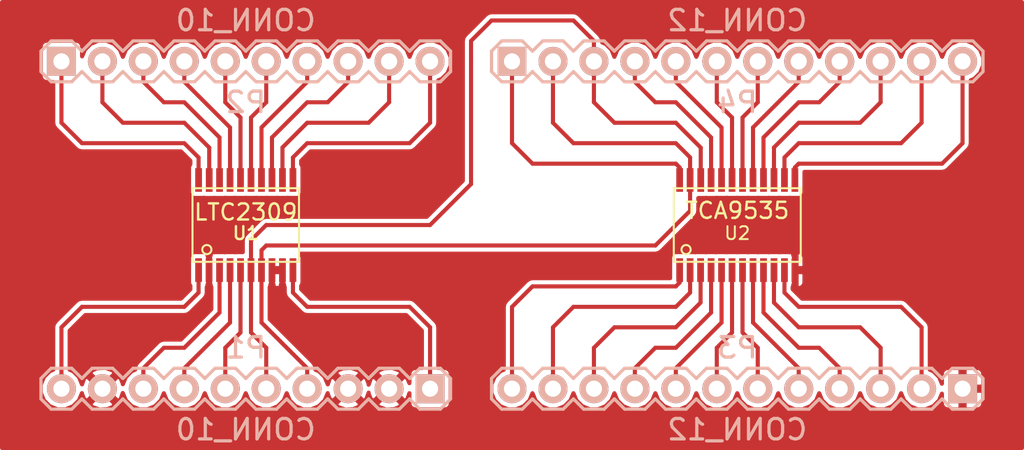
<source format=kicad_pcb>
(kicad_pcb (version 3) (host pcbnew "(2013-07-07 BZR 4022)-stable")

  (general
    (links 49)
    (no_connects 0)
    (area 148.59 128.27 212.090001 156.210001)
    (thickness 1.6)
    (drawings 0)
    (tracks 183)
    (zones 0)
    (modules 6)
    (nets 40)
  )

  (page A3)
  (layers
    (15 F.Cu signal)
    (0 B.Cu signal)
    (16 B.Adhes user)
    (17 F.Adhes user)
    (18 B.Paste user)
    (19 F.Paste user)
    (20 B.SilkS user)
    (21 F.SilkS user)
    (22 B.Mask user)
    (23 F.Mask user)
    (24 Dwgs.User user)
    (25 Cmts.User user)
    (26 Eco1.User user)
    (27 Eco2.User user)
    (28 Edge.Cuts user)
  )

  (setup
    (last_trace_width 0.254)
    (trace_clearance 0.254)
    (zone_clearance 0.254)
    (zone_45_only no)
    (trace_min 0.254)
    (segment_width 0.2)
    (edge_width 0.1)
    (via_size 0.889)
    (via_drill 0.635)
    (via_min_size 0.889)
    (via_min_drill 0.508)
    (uvia_size 0.508)
    (uvia_drill 0.127)
    (uvias_allowed no)
    (uvia_min_size 0.508)
    (uvia_min_drill 0.127)
    (pcb_text_width 0.3)
    (pcb_text_size 1.5 1.5)
    (mod_edge_width 0.15)
    (mod_text_size 1 1)
    (mod_text_width 0.15)
    (pad_size 1.5 1.5)
    (pad_drill 0.6)
    (pad_to_mask_clearance 0)
    (aux_axis_origin 0 0)
    (visible_elements 7FFFFFFF)
    (pcbplotparams
      (layerselection 3178497)
      (usegerberextensions true)
      (excludeedgelayer true)
      (linewidth 0.150000)
      (plotframeref false)
      (viasonmask false)
      (mode 1)
      (useauxorigin false)
      (hpglpennumber 1)
      (hpglpenspeed 20)
      (hpglpendiameter 15)
      (hpglpenoverlay 2)
      (psnegative false)
      (psa4output false)
      (plotreference true)
      (plotvalue true)
      (plotothertext true)
      (plotinvisibletext false)
      (padsonsilk false)
      (subtractmaskfromsilk false)
      (outputformat 1)
      (mirror false)
      (drillshape 1)
      (scaleselection 1)
      (outputdirectory ""))
  )

  (net 0 "")
  (net 1 GND)
  (net 2 N-000001)
  (net 3 N-0000010)
  (net 4 N-0000011)
  (net 5 N-0000012)
  (net 6 N-0000013)
  (net 7 N-0000014)
  (net 8 N-0000015)
  (net 9 N-0000016)
  (net 10 N-0000017)
  (net 11 N-0000018)
  (net 12 N-0000019)
  (net 13 N-000002)
  (net 14 N-0000020)
  (net 15 N-0000021)
  (net 16 N-0000023)
  (net 17 N-0000024)
  (net 18 N-0000025)
  (net 19 N-0000026)
  (net 20 N-0000027)
  (net 21 N-0000028)
  (net 22 N-0000029)
  (net 23 N-000003)
  (net 24 N-0000030)
  (net 25 N-0000031)
  (net 26 N-0000032)
  (net 27 N-0000033)
  (net 28 N-0000034)
  (net 29 N-0000035)
  (net 30 N-0000036)
  (net 31 N-0000037)
  (net 32 N-0000038)
  (net 33 N-0000039)
  (net 34 N-000004)
  (net 35 N-000005)
  (net 36 N-000006)
  (net 37 N-000007)
  (net 38 N-000008)
  (net 39 N-000009)

  (net_class Default "Dies ist die voreingestellte Netzklasse."
    (clearance 0.254)
    (trace_width 0.254)
    (via_dia 0.889)
    (via_drill 0.635)
    (uvia_dia 0.508)
    (uvia_drill 0.127)
    (add_net "")
    (add_net GND)
    (add_net N-000001)
    (add_net N-0000010)
    (add_net N-0000011)
    (add_net N-0000012)
    (add_net N-0000013)
    (add_net N-0000014)
    (add_net N-0000015)
    (add_net N-0000016)
    (add_net N-0000017)
    (add_net N-0000018)
    (add_net N-0000019)
    (add_net N-000002)
    (add_net N-0000020)
    (add_net N-0000021)
    (add_net N-0000023)
    (add_net N-0000024)
    (add_net N-0000025)
    (add_net N-0000026)
    (add_net N-0000027)
    (add_net N-0000028)
    (add_net N-0000029)
    (add_net N-000003)
    (add_net N-0000030)
    (add_net N-0000031)
    (add_net N-0000032)
    (add_net N-0000033)
    (add_net N-0000034)
    (add_net N-0000035)
    (add_net N-0000036)
    (add_net N-0000037)
    (add_net N-0000038)
    (add_net N-0000039)
    (add_net N-000004)
    (add_net N-000005)
    (add_net N-000006)
    (add_net N-000007)
    (add_net N-000008)
    (add_net N-000009)
  )

  (module tssop-20 (layer F.Cu) (tedit 50BDFA70) (tstamp 5366091A)
    (at 163.83 142.24)
    (descr TSSOP-20)
    (path /53660837)
    (attr smd)
    (fp_text reference U1 (at 0 0.508) (layer F.SilkS)
      (effects (font (size 0.8001 0.8001) (thickness 0.14986)))
    )
    (fp_text value LTC2309 (at 0 -0.8001) (layer F.SilkS)
      (effects (font (size 1.00076 1.00076) (thickness 0.14986)))
    )
    (fp_line (start 3.302 -2.286) (end -3.302 -2.286) (layer F.SilkS) (width 0.127))
    (fp_line (start -3.302 -2.286) (end -3.302 2.286) (layer F.SilkS) (width 0.127))
    (fp_line (start -3.302 2.286) (end 3.302 2.286) (layer F.SilkS) (width 0.127))
    (fp_line (start 3.302 2.286) (end 3.302 -2.286) (layer F.SilkS) (width 0.127))
    (fp_circle (center -2.413 1.524) (end -2.54 1.778) (layer F.SilkS) (width 0.127))
    (pad 5 smd rect (at -0.32512 2.79908) (size 0.4191 1.47066)
      (layers F.Cu F.Paste F.Mask)
      (net 22 N-0000029)
    )
    (pad 6 smd rect (at 0.32512 2.79908) (size 0.4191 1.47066)
      (layers F.Cu F.Paste F.Mask)
      (net 24 N-0000030)
    )
    (pad 7 smd rect (at 0.97536 2.79908) (size 0.4191 1.47066)
      (layers F.Cu F.Paste F.Mask)
      (net 25 N-0000031)
    )
    (pad 8 smd rect (at 1.6256 2.79908) (size 0.4191 1.47066)
      (layers F.Cu F.Paste F.Mask)
      (net 1 GND)
    )
    (pad 19 smd rect (at -2.26568 -2.794) (size 0.4191 1.47066)
      (layers F.Cu F.Paste F.Mask)
      (net 17 N-0000024)
    )
    (pad 2 smd rect (at -2.27584 2.79908) (size 0.4191 1.47066)
      (layers F.Cu F.Paste F.Mask)
      (net 1 GND)
    )
    (pad 3 smd rect (at -1.6256 2.79908) (size 0.4191 1.47066)
      (layers F.Cu F.Paste F.Mask)
      (net 20 N-0000027)
    )
    (pad 4 smd rect (at -0.97536 2.79908) (size 0.4191 1.47066)
      (layers F.Cu F.Paste F.Mask)
      (net 21 N-0000028)
    )
    (pad 12 smd rect (at 2.27584 -2.79908) (size 0.4191 1.47066)
      (layers F.Cu F.Paste F.Mask)
      (net 32 N-0000038)
    )
    (pad 13 smd rect (at 1.6256 -2.79908) (size 0.4191 1.47066)
      (layers F.Cu F.Paste F.Mask)
      (net 27 N-0000033)
    )
    (pad 14 smd rect (at 0.97536 -2.79908) (size 0.4191 1.47066)
      (layers F.Cu F.Paste F.Mask)
      (net 28 N-0000034)
    )
    (pad 15 smd rect (at 0.32512 -2.79908) (size 0.4191 1.47066)
      (layers F.Cu F.Paste F.Mask)
      (net 29 N-0000035)
    )
    (pad 16 smd rect (at -0.32512 -2.79908) (size 0.4191 1.47066)
      (layers F.Cu F.Paste F.Mask)
      (net 30 N-0000036)
    )
    (pad 17 smd rect (at -0.97536 -2.79908) (size 0.4191 1.47066)
      (layers F.Cu F.Paste F.Mask)
      (net 31 N-0000037)
    )
    (pad 9 smd rect (at 2.27584 2.79908) (size 0.4191 1.47066)
      (layers F.Cu F.Paste F.Mask)
      (net 1 GND)
    )
    (pad 18 smd rect (at -1.6256 -2.794) (size 0.4191 1.47066)
      (layers F.Cu F.Paste F.Mask)
      (net 18 N-0000025)
    )
    (pad 1 smd rect (at -2.92608 2.79908) (size 0.4191 1.47066)
      (layers F.Cu F.Paste F.Mask)
      (net 16 N-0000023)
    )
    (pad 10 smd rect (at 2.92608 2.79908) (size 0.4191 1.47066)
      (layers F.Cu F.Paste F.Mask)
      (net 19 N-0000026)
    )
    (pad 11 smd rect (at 2.92608 -2.79908) (size 0.4191 1.47066)
      (layers F.Cu F.Paste F.Mask)
      (net 33 N-0000039)
    )
    (pad 20 smd rect (at -2.92608 -2.79908) (size 0.4191 1.47066)
      (layers F.Cu F.Paste F.Mask)
      (net 26 N-0000032)
    )
    (model smd/smd_dil/tssop-20.wrl
      (at (xyz 0 0 0))
      (scale (xyz 1 1 1))
      (rotate (xyz 0 0 0))
    )
  )

  (module 1x10 (layer B.Cu) (tedit 5033A9BB) (tstamp 53660966)
    (at 163.83 152.4 180)
    (path /53660846)
    (fp_text reference P1 (at 0 2.54 180) (layer B.SilkS)
      (effects (font (size 1.27 1.27) (thickness 0.2)) (justify mirror))
    )
    (fp_text value CONN_10 (at 0 -2.54 180) (layer B.SilkS)
      (effects (font (size 1.27 1.27) (thickness 0.2)) (justify mirror))
    )
    (fp_line (start -10.16 0.635) (end -10.795 1.27) (layer B.SilkS) (width 0.2))
    (fp_line (start -10.795 1.27) (end -12.065 1.27) (layer B.SilkS) (width 0.2))
    (fp_line (start -12.065 1.27) (end -12.7 0.635) (layer B.SilkS) (width 0.2))
    (fp_line (start -12.7 -0.635) (end -12.065 -1.27) (layer B.SilkS) (width 0.2))
    (fp_line (start -12.065 -1.27) (end -10.795 -1.27) (layer B.SilkS) (width 0.2))
    (fp_line (start -10.795 -1.27) (end -10.16 -0.635) (layer B.SilkS) (width 0.2))
    (fp_line (start 12.7 -0.635) (end 12.065 -1.27) (layer B.SilkS) (width 0.2))
    (fp_line (start 12.065 -1.27) (end 10.795 -1.27) (layer B.SilkS) (width 0.2))
    (fp_line (start 10.795 -1.27) (end 10.16 -0.635) (layer B.SilkS) (width 0.2))
    (fp_line (start 10.16 0.635) (end 10.795 1.27) (layer B.SilkS) (width 0.2))
    (fp_line (start 10.795 1.27) (end 12.065 1.27) (layer B.SilkS) (width 0.2))
    (fp_line (start 12.065 1.27) (end 12.7 0.635) (layer B.SilkS) (width 0.2))
    (fp_line (start -10.16 0.635) (end -9.525 1.27) (layer B.SilkS) (width 0.2))
    (fp_line (start -9.525 1.27) (end -8.255 1.27) (layer B.SilkS) (width 0.2))
    (fp_line (start -8.255 1.27) (end -7.62 0.635) (layer B.SilkS) (width 0.2))
    (fp_line (start -7.62 -0.635) (end -8.255 -1.27) (layer B.SilkS) (width 0.2))
    (fp_line (start -8.255 -1.27) (end -9.525 -1.27) (layer B.SilkS) (width 0.2))
    (fp_line (start -9.525 -1.27) (end -10.16 -0.635) (layer B.SilkS) (width 0.2))
    (fp_line (start 10.16 -0.635) (end 9.525 -1.27) (layer B.SilkS) (width 0.2))
    (fp_line (start 9.525 -1.27) (end 8.255 -1.27) (layer B.SilkS) (width 0.2))
    (fp_line (start 8.255 -1.27) (end 7.62 -0.635) (layer B.SilkS) (width 0.2))
    (fp_line (start 7.62 0.635) (end 8.255 1.27) (layer B.SilkS) (width 0.2))
    (fp_line (start 8.255 1.27) (end 9.525 1.27) (layer B.SilkS) (width 0.2))
    (fp_line (start 9.525 1.27) (end 10.16 0.635) (layer B.SilkS) (width 0.2))
    (fp_line (start -7.62 0.635) (end -6.985 1.27) (layer B.SilkS) (width 0.2))
    (fp_line (start -6.985 1.27) (end -5.715 1.27) (layer B.SilkS) (width 0.2))
    (fp_line (start -5.715 1.27) (end -5.08 0.635) (layer B.SilkS) (width 0.2))
    (fp_line (start -5.08 0.635) (end -4.445 1.27) (layer B.SilkS) (width 0.2))
    (fp_line (start -4.445 1.27) (end -3.175 1.27) (layer B.SilkS) (width 0.2))
    (fp_line (start -3.175 1.27) (end -2.54 0.635) (layer B.SilkS) (width 0.2))
    (fp_line (start -2.54 0.635) (end -1.905 1.27) (layer B.SilkS) (width 0.2))
    (fp_line (start -1.905 1.27) (end -0.635 1.27) (layer B.SilkS) (width 0.2))
    (fp_line (start -0.635 1.27) (end 0 0.635) (layer B.SilkS) (width 0.2))
    (fp_line (start 0 0.635) (end 0.635 1.27) (layer B.SilkS) (width 0.2))
    (fp_line (start 0.635 1.27) (end 1.905 1.27) (layer B.SilkS) (width 0.2))
    (fp_line (start 1.905 1.27) (end 2.54 0.635) (layer B.SilkS) (width 0.2))
    (fp_line (start 2.54 0.635) (end 3.175 1.27) (layer B.SilkS) (width 0.2))
    (fp_line (start 3.175 1.27) (end 4.445 1.27) (layer B.SilkS) (width 0.2))
    (fp_line (start 4.445 1.27) (end 5.08 0.635) (layer B.SilkS) (width 0.2))
    (fp_line (start 5.08 0.635) (end 5.715 1.27) (layer B.SilkS) (width 0.2))
    (fp_line (start 5.715 1.27) (end 6.985 1.27) (layer B.SilkS) (width 0.2))
    (fp_line (start 6.985 1.27) (end 7.62 0.635) (layer B.SilkS) (width 0.2))
    (fp_line (start 12.7 0.635) (end 12.7 -0.635) (layer B.SilkS) (width 0.2))
    (fp_line (start 7.62 -0.635) (end 6.985 -1.27) (layer B.SilkS) (width 0.2))
    (fp_line (start 6.985 -1.27) (end 5.715 -1.27) (layer B.SilkS) (width 0.2))
    (fp_line (start 5.715 -1.27) (end 5.08 -0.635) (layer B.SilkS) (width 0.2))
    (fp_line (start 5.08 -0.635) (end 4.445 -1.27) (layer B.SilkS) (width 0.2))
    (fp_line (start 4.445 -1.27) (end 3.175 -1.27) (layer B.SilkS) (width 0.2))
    (fp_line (start 3.175 -1.27) (end 2.54 -0.635) (layer B.SilkS) (width 0.2))
    (fp_line (start 2.54 -0.635) (end 1.905 -1.27) (layer B.SilkS) (width 0.2))
    (fp_line (start 1.905 -1.27) (end 0.635 -1.27) (layer B.SilkS) (width 0.2))
    (fp_line (start 0.635 -1.27) (end 0 -0.635) (layer B.SilkS) (width 0.2))
    (fp_line (start 0 -0.635) (end -0.635 -1.27) (layer B.SilkS) (width 0.2))
    (fp_line (start -0.635 -1.27) (end -1.905 -1.27) (layer B.SilkS) (width 0.2))
    (fp_line (start -1.905 -1.27) (end -2.54 -0.635) (layer B.SilkS) (width 0.2))
    (fp_line (start -2.54 -0.635) (end -3.175 -1.27) (layer B.SilkS) (width 0.2))
    (fp_line (start -3.175 -1.27) (end -4.445 -1.27) (layer B.SilkS) (width 0.2))
    (fp_line (start -4.445 -1.27) (end -5.08 -0.635) (layer B.SilkS) (width 0.2))
    (fp_line (start -5.08 -0.635) (end -5.715 -1.27) (layer B.SilkS) (width 0.2))
    (fp_line (start -5.715 -1.27) (end -6.985 -1.27) (layer B.SilkS) (width 0.2))
    (fp_line (start -6.985 -1.27) (end -7.62 -0.635) (layer B.SilkS) (width 0.2))
    (fp_line (start -12.7 -0.635) (end -12.7 0.635) (layer B.SilkS) (width 0.2))
    (pad 1 thru_hole rect (at -11.43 0 180) (size 1.8 1.8) (drill 1)
      (layers *.Cu *.Mask B.SilkS)
      (net 19 N-0000026)
    )
    (pad 2 thru_hole circle (at -8.89 0 180) (size 1.8 1.8) (drill 1)
      (layers *.Cu *.Mask B.SilkS)
      (net 1 GND)
    )
    (pad 3 thru_hole circle (at -6.35 0 180) (size 1.8 1.8) (drill 1)
      (layers *.Cu *.Mask B.SilkS)
      (net 1 GND)
    )
    (pad 4 thru_hole circle (at -3.81 0 180) (size 1.8 1.8) (drill 1)
      (layers *.Cu *.Mask B.SilkS)
      (net 25 N-0000031)
    )
    (pad 5 thru_hole circle (at -1.27 0 180) (size 1.8 1.8) (drill 1)
      (layers *.Cu *.Mask B.SilkS)
      (net 24 N-0000030)
    )
    (pad 6 thru_hole circle (at 1.27 0 180) (size 1.8 1.8) (drill 1)
      (layers *.Cu *.Mask B.SilkS)
      (net 22 N-0000029)
    )
    (pad 7 thru_hole circle (at 3.81 0 180) (size 1.8 1.8) (drill 1)
      (layers *.Cu *.Mask B.SilkS)
      (net 21 N-0000028)
    )
    (pad 8 thru_hole circle (at 6.35 0 180) (size 1.8 1.8) (drill 1)
      (layers *.Cu *.Mask B.SilkS)
      (net 20 N-0000027)
    )
    (pad 9 thru_hole circle (at 8.89 0 180) (size 1.8 1.8) (drill 1)
      (layers *.Cu *.Mask B.SilkS)
      (net 1 GND)
    )
    (pad 10 thru_hole circle (at 11.43 0 180) (size 1.8 1.8) (drill 1)
      (layers *.Cu *.Mask B.SilkS)
      (net 16 N-0000023)
    )
    (model pin_header/1x10.wrl
      (at (xyz 0 0 0))
      (scale (xyz 1 1 1))
      (rotate (xyz 0 0 0))
    )
  )

  (module 1x10 (layer B.Cu) (tedit 5033A9BB) (tstamp 536609B2)
    (at 163.83 132.08)
    (path /53660855)
    (fp_text reference P2 (at 0 2.54) (layer B.SilkS)
      (effects (font (size 1.27 1.27) (thickness 0.2)) (justify mirror))
    )
    (fp_text value CONN_10 (at 0 -2.54) (layer B.SilkS)
      (effects (font (size 1.27 1.27) (thickness 0.2)) (justify mirror))
    )
    (fp_line (start -10.16 0.635) (end -10.795 1.27) (layer B.SilkS) (width 0.2))
    (fp_line (start -10.795 1.27) (end -12.065 1.27) (layer B.SilkS) (width 0.2))
    (fp_line (start -12.065 1.27) (end -12.7 0.635) (layer B.SilkS) (width 0.2))
    (fp_line (start -12.7 -0.635) (end -12.065 -1.27) (layer B.SilkS) (width 0.2))
    (fp_line (start -12.065 -1.27) (end -10.795 -1.27) (layer B.SilkS) (width 0.2))
    (fp_line (start -10.795 -1.27) (end -10.16 -0.635) (layer B.SilkS) (width 0.2))
    (fp_line (start 12.7 -0.635) (end 12.065 -1.27) (layer B.SilkS) (width 0.2))
    (fp_line (start 12.065 -1.27) (end 10.795 -1.27) (layer B.SilkS) (width 0.2))
    (fp_line (start 10.795 -1.27) (end 10.16 -0.635) (layer B.SilkS) (width 0.2))
    (fp_line (start 10.16 0.635) (end 10.795 1.27) (layer B.SilkS) (width 0.2))
    (fp_line (start 10.795 1.27) (end 12.065 1.27) (layer B.SilkS) (width 0.2))
    (fp_line (start 12.065 1.27) (end 12.7 0.635) (layer B.SilkS) (width 0.2))
    (fp_line (start -10.16 0.635) (end -9.525 1.27) (layer B.SilkS) (width 0.2))
    (fp_line (start -9.525 1.27) (end -8.255 1.27) (layer B.SilkS) (width 0.2))
    (fp_line (start -8.255 1.27) (end -7.62 0.635) (layer B.SilkS) (width 0.2))
    (fp_line (start -7.62 -0.635) (end -8.255 -1.27) (layer B.SilkS) (width 0.2))
    (fp_line (start -8.255 -1.27) (end -9.525 -1.27) (layer B.SilkS) (width 0.2))
    (fp_line (start -9.525 -1.27) (end -10.16 -0.635) (layer B.SilkS) (width 0.2))
    (fp_line (start 10.16 -0.635) (end 9.525 -1.27) (layer B.SilkS) (width 0.2))
    (fp_line (start 9.525 -1.27) (end 8.255 -1.27) (layer B.SilkS) (width 0.2))
    (fp_line (start 8.255 -1.27) (end 7.62 -0.635) (layer B.SilkS) (width 0.2))
    (fp_line (start 7.62 0.635) (end 8.255 1.27) (layer B.SilkS) (width 0.2))
    (fp_line (start 8.255 1.27) (end 9.525 1.27) (layer B.SilkS) (width 0.2))
    (fp_line (start 9.525 1.27) (end 10.16 0.635) (layer B.SilkS) (width 0.2))
    (fp_line (start -7.62 0.635) (end -6.985 1.27) (layer B.SilkS) (width 0.2))
    (fp_line (start -6.985 1.27) (end -5.715 1.27) (layer B.SilkS) (width 0.2))
    (fp_line (start -5.715 1.27) (end -5.08 0.635) (layer B.SilkS) (width 0.2))
    (fp_line (start -5.08 0.635) (end -4.445 1.27) (layer B.SilkS) (width 0.2))
    (fp_line (start -4.445 1.27) (end -3.175 1.27) (layer B.SilkS) (width 0.2))
    (fp_line (start -3.175 1.27) (end -2.54 0.635) (layer B.SilkS) (width 0.2))
    (fp_line (start -2.54 0.635) (end -1.905 1.27) (layer B.SilkS) (width 0.2))
    (fp_line (start -1.905 1.27) (end -0.635 1.27) (layer B.SilkS) (width 0.2))
    (fp_line (start -0.635 1.27) (end 0 0.635) (layer B.SilkS) (width 0.2))
    (fp_line (start 0 0.635) (end 0.635 1.27) (layer B.SilkS) (width 0.2))
    (fp_line (start 0.635 1.27) (end 1.905 1.27) (layer B.SilkS) (width 0.2))
    (fp_line (start 1.905 1.27) (end 2.54 0.635) (layer B.SilkS) (width 0.2))
    (fp_line (start 2.54 0.635) (end 3.175 1.27) (layer B.SilkS) (width 0.2))
    (fp_line (start 3.175 1.27) (end 4.445 1.27) (layer B.SilkS) (width 0.2))
    (fp_line (start 4.445 1.27) (end 5.08 0.635) (layer B.SilkS) (width 0.2))
    (fp_line (start 5.08 0.635) (end 5.715 1.27) (layer B.SilkS) (width 0.2))
    (fp_line (start 5.715 1.27) (end 6.985 1.27) (layer B.SilkS) (width 0.2))
    (fp_line (start 6.985 1.27) (end 7.62 0.635) (layer B.SilkS) (width 0.2))
    (fp_line (start 12.7 0.635) (end 12.7 -0.635) (layer B.SilkS) (width 0.2))
    (fp_line (start 7.62 -0.635) (end 6.985 -1.27) (layer B.SilkS) (width 0.2))
    (fp_line (start 6.985 -1.27) (end 5.715 -1.27) (layer B.SilkS) (width 0.2))
    (fp_line (start 5.715 -1.27) (end 5.08 -0.635) (layer B.SilkS) (width 0.2))
    (fp_line (start 5.08 -0.635) (end 4.445 -1.27) (layer B.SilkS) (width 0.2))
    (fp_line (start 4.445 -1.27) (end 3.175 -1.27) (layer B.SilkS) (width 0.2))
    (fp_line (start 3.175 -1.27) (end 2.54 -0.635) (layer B.SilkS) (width 0.2))
    (fp_line (start 2.54 -0.635) (end 1.905 -1.27) (layer B.SilkS) (width 0.2))
    (fp_line (start 1.905 -1.27) (end 0.635 -1.27) (layer B.SilkS) (width 0.2))
    (fp_line (start 0.635 -1.27) (end 0 -0.635) (layer B.SilkS) (width 0.2))
    (fp_line (start 0 -0.635) (end -0.635 -1.27) (layer B.SilkS) (width 0.2))
    (fp_line (start -0.635 -1.27) (end -1.905 -1.27) (layer B.SilkS) (width 0.2))
    (fp_line (start -1.905 -1.27) (end -2.54 -0.635) (layer B.SilkS) (width 0.2))
    (fp_line (start -2.54 -0.635) (end -3.175 -1.27) (layer B.SilkS) (width 0.2))
    (fp_line (start -3.175 -1.27) (end -4.445 -1.27) (layer B.SilkS) (width 0.2))
    (fp_line (start -4.445 -1.27) (end -5.08 -0.635) (layer B.SilkS) (width 0.2))
    (fp_line (start -5.08 -0.635) (end -5.715 -1.27) (layer B.SilkS) (width 0.2))
    (fp_line (start -5.715 -1.27) (end -6.985 -1.27) (layer B.SilkS) (width 0.2))
    (fp_line (start -6.985 -1.27) (end -7.62 -0.635) (layer B.SilkS) (width 0.2))
    (fp_line (start -12.7 -0.635) (end -12.7 0.635) (layer B.SilkS) (width 0.2))
    (pad 1 thru_hole rect (at -11.43 0) (size 1.8 1.8) (drill 1)
      (layers *.Cu *.Mask B.SilkS)
      (net 26 N-0000032)
    )
    (pad 2 thru_hole circle (at -8.89 0) (size 1.8 1.8) (drill 1)
      (layers *.Cu *.Mask B.SilkS)
      (net 17 N-0000024)
    )
    (pad 3 thru_hole circle (at -6.35 0) (size 1.8 1.8) (drill 1)
      (layers *.Cu *.Mask B.SilkS)
      (net 18 N-0000025)
    )
    (pad 4 thru_hole circle (at -3.81 0) (size 1.8 1.8) (drill 1)
      (layers *.Cu *.Mask B.SilkS)
      (net 31 N-0000037)
    )
    (pad 5 thru_hole circle (at -1.27 0) (size 1.8 1.8) (drill 1)
      (layers *.Cu *.Mask B.SilkS)
      (net 30 N-0000036)
    )
    (pad 6 thru_hole circle (at 1.27 0) (size 1.8 1.8) (drill 1)
      (layers *.Cu *.Mask B.SilkS)
      (net 29 N-0000035)
    )
    (pad 7 thru_hole circle (at 3.81 0) (size 1.8 1.8) (drill 1)
      (layers *.Cu *.Mask B.SilkS)
      (net 28 N-0000034)
    )
    (pad 8 thru_hole circle (at 6.35 0) (size 1.8 1.8) (drill 1)
      (layers *.Cu *.Mask B.SilkS)
      (net 27 N-0000033)
    )
    (pad 9 thru_hole circle (at 8.89 0) (size 1.8 1.8) (drill 1)
      (layers *.Cu *.Mask B.SilkS)
      (net 32 N-0000038)
    )
    (pad 10 thru_hole circle (at 11.43 0) (size 1.8 1.8) (drill 1)
      (layers *.Cu *.Mask B.SilkS)
      (net 33 N-0000039)
    )
    (model pin_header/1x10.wrl
      (at (xyz 0 0 0))
      (scale (xyz 1 1 1))
      (rotate (xyz 0 0 0))
    )
  )

  (module tssop-24 (layer F.Cu) (tedit 50BDFAA3) (tstamp 53660E66)
    (at 194.31 142.24)
    (descr TSSOP-24)
    (path /53660EFC)
    (attr smd)
    (fp_text reference U2 (at 0 0.508) (layer F.SilkS)
      (effects (font (size 0.8001 0.8001) (thickness 0.11938)))
    )
    (fp_text value TCA9535 (at 0 -0.89916) (layer F.SilkS)
      (effects (font (size 1.00076 1.00076) (thickness 0.14986)))
    )
    (fp_line (start 3.937 -2.286) (end -3.937 -2.286) (layer F.SilkS) (width 0.127))
    (fp_line (start -3.937 -2.286) (end -3.937 2.286) (layer F.SilkS) (width 0.127))
    (fp_line (start -3.937 2.286) (end 3.937 2.286) (layer F.SilkS) (width 0.127))
    (fp_line (start 3.937 2.286) (end 3.937 -2.286) (layer F.SilkS) (width 0.127))
    (fp_circle (center -3.175 1.524) (end -3.302 1.778) (layer F.SilkS) (width 0.127))
    (pad 6 smd rect (at -0.32512 2.79908) (size 0.4191 1.47066)
      (layers F.Cu F.Paste F.Mask)
      (net 37 N-000007)
    )
    (pad 7 smd rect (at 0.32512 2.79908) (size 0.4191 1.47066)
      (layers F.Cu F.Paste F.Mask)
      (net 36 N-000006)
    )
    (pad 8 smd rect (at 0.97536 2.79908) (size 0.4191 1.47066)
      (layers F.Cu F.Paste F.Mask)
      (net 35 N-000005)
    )
    (pad 9 smd rect (at 1.6256 2.79908) (size 0.4191 1.47066)
      (layers F.Cu F.Paste F.Mask)
      (net 34 N-000004)
    )
    (pad 22 smd rect (at -2.26568 -2.794) (size 0.4191 1.47066)
      (layers F.Cu F.Paste F.Mask)
      (net 24 N-0000030)
    )
    (pad 3 smd rect (at -2.27584 2.79908) (size 0.4191 1.47066)
      (layers F.Cu F.Paste F.Mask)
      (net 39 N-000009)
    )
    (pad 4 smd rect (at -1.6256 2.79908) (size 0.4191 1.47066)
      (layers F.Cu F.Paste F.Mask)
      (net 38 N-000008)
    )
    (pad 5 smd rect (at -0.97536 2.79908) (size 0.4191 1.47066)
      (layers F.Cu F.Paste F.Mask)
      (net 2 N-000001)
    )
    (pad 15 smd rect (at 2.27584 -2.79908) (size 0.4191 1.47066)
      (layers F.Cu F.Paste F.Mask)
      (net 9 N-0000016)
    )
    (pad 16 smd rect (at 1.6256 -2.79908) (size 0.4191 1.47066)
      (layers F.Cu F.Paste F.Mask)
      (net 15 N-0000021)
    )
    (pad 17 smd rect (at 0.97536 -2.79908) (size 0.4191 1.47066)
      (layers F.Cu F.Paste F.Mask)
      (net 14 N-0000020)
    )
    (pad 18 smd rect (at 0.32512 -2.79908) (size 0.4191 1.47066)
      (layers F.Cu F.Paste F.Mask)
      (net 12 N-0000019)
    )
    (pad 19 smd rect (at -0.32512 -2.79908) (size 0.4191 1.47066)
      (layers F.Cu F.Paste F.Mask)
      (net 11 N-0000018)
    )
    (pad 20 smd rect (at -0.97536 -2.79908) (size 0.4191 1.47066)
      (layers F.Cu F.Paste F.Mask)
      (net 10 N-0000017)
    )
    (pad 10 smd rect (at 2.27584 2.79908) (size 0.4191 1.47066)
      (layers F.Cu F.Paste F.Mask)
      (net 23 N-000003)
    )
    (pad 21 smd rect (at -1.6256 -2.794) (size 0.4191 1.47066)
      (layers F.Cu F.Paste F.Mask)
      (net 6 N-0000013)
    )
    (pad 2 smd rect (at -2.92608 2.79908) (size 0.4191 1.47066)
      (layers F.Cu F.Paste F.Mask)
      (net 3 N-0000010)
    )
    (pad 11 smd rect (at 2.92608 2.79908) (size 0.4191 1.47066)
      (layers F.Cu F.Paste F.Mask)
      (net 13 N-000002)
    )
    (pad 14 smd rect (at 2.92608 -2.79908) (size 0.4191 1.47066)
      (layers F.Cu F.Paste F.Mask)
      (net 8 N-0000015)
    )
    (pad 23 smd rect (at -2.92608 -2.79908) (size 0.4191 1.47066)
      (layers F.Cu F.Paste F.Mask)
      (net 25 N-0000031)
    )
    (pad 1 smd rect (at -3.57378 2.79908) (size 0.4191 1.47066)
      (layers F.Cu F.Paste F.Mask)
      (net 4 N-0000011)
    )
    (pad 12 smd rect (at 3.57378 2.79908) (size 0.4191 1.47066)
      (layers F.Cu F.Paste F.Mask)
      (net 1 GND)
    )
    (pad 13 smd rect (at 3.57378 -2.79908) (size 0.4191 1.47066)
      (layers F.Cu F.Paste F.Mask)
      (net 7 N-0000014)
    )
    (pad 24 smd rect (at -3.57378 -2.79908) (size 0.4191 1.47066)
      (layers F.Cu F.Paste F.Mask)
      (net 5 N-0000012)
    )
    (model smd/smd_dil/tssop-24.wrl
      (at (xyz 0 0 0))
      (scale (xyz 1 1 1))
      (rotate (xyz 0 0 0))
    )
  )

  (module 1x12 (layer B.Cu) (tedit 506D5FAF) (tstamp 53660EC1)
    (at 194.31 132.08)
    (path /53660F0B)
    (fp_text reference P4 (at 0 2.54) (layer B.SilkS)
      (effects (font (size 1.27 1.27) (thickness 0.2)) (justify mirror))
    )
    (fp_text value CONN_12 (at 0 -2.54) (layer B.SilkS)
      (effects (font (size 1.27 1.27) (thickness 0.2)) (justify mirror))
    )
    (fp_line (start 15.24 -0.635) (end 14.605 -1.27) (layer B.SilkS) (width 0.2))
    (fp_line (start 14.605 -1.27) (end 13.97 -1.27) (layer B.SilkS) (width 0.2))
    (fp_line (start 13.97 -1.27) (end 13.335 -1.27) (layer B.SilkS) (width 0.2))
    (fp_line (start 13.335 -1.27) (end 12.7 -0.635) (layer B.SilkS) (width 0.2))
    (fp_line (start 12.7 0.635) (end 13.335 1.27) (layer B.SilkS) (width 0.2))
    (fp_line (start 13.335 1.27) (end 14.605 1.27) (layer B.SilkS) (width 0.2))
    (fp_line (start 14.605 1.27) (end 15.24 0.635) (layer B.SilkS) (width 0.2))
    (fp_line (start 12.7 -0.635) (end 12.065 -1.27) (layer B.SilkS) (width 0.2))
    (fp_line (start 12.065 -1.27) (end 10.795 -1.27) (layer B.SilkS) (width 0.2))
    (fp_line (start 10.795 -1.27) (end 10.16 -0.635) (layer B.SilkS) (width 0.2))
    (fp_line (start 10.16 0.635) (end 10.795 1.27) (layer B.SilkS) (width 0.2))
    (fp_line (start 10.795 1.27) (end 12.065 1.27) (layer B.SilkS) (width 0.2))
    (fp_line (start 12.065 1.27) (end 12.7 0.635) (layer B.SilkS) (width 0.2))
    (fp_line (start -15.24 -0.635) (end -14.605 -1.27) (layer B.SilkS) (width 0.2))
    (fp_line (start -14.605 -1.27) (end -13.335 -1.27) (layer B.SilkS) (width 0.2))
    (fp_line (start -13.335 -1.27) (end -12.7 -0.635) (layer B.SilkS) (width 0.2))
    (fp_line (start -15.24 0.635) (end -14.605 1.27) (layer B.SilkS) (width 0.2))
    (fp_line (start -14.605 1.27) (end -13.335 1.27) (layer B.SilkS) (width 0.2))
    (fp_line (start -13.335 1.27) (end -12.7 0.635) (layer B.SilkS) (width 0.2))
    (fp_line (start 10.16 0.635) (end 9.525 1.27) (layer B.SilkS) (width 0.2))
    (fp_line (start 9.525 1.27) (end 8.255 1.27) (layer B.SilkS) (width 0.2))
    (fp_line (start 8.255 1.27) (end 7.62 0.635) (layer B.SilkS) (width 0.2))
    (fp_line (start 7.62 -0.635) (end 8.255 -1.27) (layer B.SilkS) (width 0.2))
    (fp_line (start 8.255 -1.27) (end 9.525 -1.27) (layer B.SilkS) (width 0.2))
    (fp_line (start 9.525 -1.27) (end 10.16 -0.635) (layer B.SilkS) (width 0.2))
    (fp_line (start -10.16 -0.635) (end -10.795 -1.27) (layer B.SilkS) (width 0.2))
    (fp_line (start -10.795 -1.27) (end -12.065 -1.27) (layer B.SilkS) (width 0.2))
    (fp_line (start -12.065 -1.27) (end -12.7 -0.635) (layer B.SilkS) (width 0.2))
    (fp_line (start -12.7 0.635) (end -12.065 1.27) (layer B.SilkS) (width 0.2))
    (fp_line (start -12.065 1.27) (end -10.795 1.27) (layer B.SilkS) (width 0.2))
    (fp_line (start -10.795 1.27) (end -10.16 0.635) (layer B.SilkS) (width 0.2))
    (fp_line (start 7.62 -0.635) (end 6.985 -1.27) (layer B.SilkS) (width 0.2))
    (fp_line (start 6.985 -1.27) (end 5.715 -1.27) (layer B.SilkS) (width 0.2))
    (fp_line (start 5.715 -1.27) (end 5.08 -0.635) (layer B.SilkS) (width 0.2))
    (fp_line (start 5.08 0.635) (end 5.715 1.27) (layer B.SilkS) (width 0.2))
    (fp_line (start 5.715 1.27) (end 6.985 1.27) (layer B.SilkS) (width 0.2))
    (fp_line (start 6.985 1.27) (end 7.62 0.635) (layer B.SilkS) (width 0.2))
    (fp_line (start -7.62 -0.635) (end -8.255 -1.27) (layer B.SilkS) (width 0.2))
    (fp_line (start -8.255 -1.27) (end -9.525 -1.27) (layer B.SilkS) (width 0.2))
    (fp_line (start -9.525 -1.27) (end -10.16 -0.635) (layer B.SilkS) (width 0.2))
    (fp_line (start -10.16 0.635) (end -9.525 1.27) (layer B.SilkS) (width 0.2))
    (fp_line (start -9.525 1.27) (end -8.255 1.27) (layer B.SilkS) (width 0.2))
    (fp_line (start -8.255 1.27) (end -7.62 0.635) (layer B.SilkS) (width 0.2))
    (fp_line (start -6.985 1.27) (end -7.62 0.635) (layer B.SilkS) (width 0.2))
    (fp_line (start -15.24 0.635) (end -15.24 -0.635) (layer B.SilkS) (width 0.2))
    (fp_line (start -7.62 -0.635) (end -6.985 -1.27) (layer B.SilkS) (width 0.2))
    (fp_line (start -6.985 -1.27) (end -5.715 -1.27) (layer B.SilkS) (width 0.2))
    (fp_line (start -5.715 -1.27) (end -5.08 -0.635) (layer B.SilkS) (width 0.2))
    (fp_line (start -5.08 -0.635) (end -4.445 -1.27) (layer B.SilkS) (width 0.2))
    (fp_line (start -4.445 -1.27) (end -3.175 -1.27) (layer B.SilkS) (width 0.2))
    (fp_line (start -3.175 -1.27) (end -2.54 -0.635) (layer B.SilkS) (width 0.2))
    (fp_line (start -2.54 -0.635) (end -1.905 -1.27) (layer B.SilkS) (width 0.2))
    (fp_line (start -1.905 -1.27) (end -0.635 -1.27) (layer B.SilkS) (width 0.2))
    (fp_line (start -0.635 -1.27) (end 0 -0.635) (layer B.SilkS) (width 0.2))
    (fp_line (start 0 -0.635) (end 0.635 -1.27) (layer B.SilkS) (width 0.2))
    (fp_line (start 0.635 -1.27) (end 1.905 -1.27) (layer B.SilkS) (width 0.2))
    (fp_line (start 1.905 -1.27) (end 2.54 -0.635) (layer B.SilkS) (width 0.2))
    (fp_line (start 2.54 -0.635) (end 3.175 -1.27) (layer B.SilkS) (width 0.2))
    (fp_line (start 3.175 -1.27) (end 4.445 -1.27) (layer B.SilkS) (width 0.2))
    (fp_line (start 4.445 -1.27) (end 5.08 -0.635) (layer B.SilkS) (width 0.2))
    (fp_line (start 15.24 -0.635) (end 15.24 0.635) (layer B.SilkS) (width 0.2))
    (fp_line (start 5.08 0.635) (end 4.445 1.27) (layer B.SilkS) (width 0.2))
    (fp_line (start 4.445 1.27) (end 3.175 1.27) (layer B.SilkS) (width 0.2))
    (fp_line (start 3.175 1.27) (end 2.54 0.635) (layer B.SilkS) (width 0.2))
    (fp_line (start 2.54 0.635) (end 1.905 1.27) (layer B.SilkS) (width 0.2))
    (fp_line (start 1.905 1.27) (end 0.635 1.27) (layer B.SilkS) (width 0.2))
    (fp_line (start 0.635 1.27) (end 0 0.635) (layer B.SilkS) (width 0.2))
    (fp_line (start 0 0.635) (end -0.635 1.27) (layer B.SilkS) (width 0.2))
    (fp_line (start -0.635 1.27) (end -1.905 1.27) (layer B.SilkS) (width 0.2))
    (fp_line (start -1.905 1.27) (end -2.54 0.635) (layer B.SilkS) (width 0.2))
    (fp_line (start -2.54 0.635) (end -3.175 1.27) (layer B.SilkS) (width 0.2))
    (fp_line (start -3.175 1.27) (end -4.445 1.27) (layer B.SilkS) (width 0.2))
    (fp_line (start -4.445 1.27) (end -5.08 0.635) (layer B.SilkS) (width 0.2))
    (fp_line (start -5.08 0.635) (end -5.715 1.27) (layer B.SilkS) (width 0.2))
    (fp_line (start -5.715 1.27) (end -6.985 1.27) (layer B.SilkS) (width 0.2))
    (pad 1 thru_hole rect (at -13.97 0) (size 1.8 1.8) (drill 1)
      (layers *.Cu *.Mask B.SilkS)
      (net 5 N-0000012)
    )
    (pad 2 thru_hole circle (at -11.43 0) (size 1.8 1.8) (drill 1)
      (layers *.Cu *.Mask B.SilkS)
      (net 25 N-0000031)
    )
    (pad 3 thru_hole circle (at -8.89 0) (size 1.8 1.8) (drill 1)
      (layers *.Cu *.Mask B.SilkS)
      (net 24 N-0000030)
    )
    (pad 4 thru_hole circle (at -6.35 0) (size 1.8 1.8) (drill 1)
      (layers *.Cu *.Mask B.SilkS)
      (net 6 N-0000013)
    )
    (pad 5 thru_hole circle (at -3.81 0) (size 1.8 1.8) (drill 1)
      (layers *.Cu *.Mask B.SilkS)
      (net 10 N-0000017)
    )
    (pad 7 thru_hole circle (at 1.27 0) (size 1.8 1.8) (drill 1)
      (layers *.Cu *.Mask B.SilkS)
      (net 12 N-0000019)
    )
    (pad 6 thru_hole circle (at -1.27 0) (size 1.8 1.8) (drill 1)
      (layers *.Cu *.Mask B.SilkS)
      (net 11 N-0000018)
    )
    (pad 8 thru_hole circle (at 3.81 0) (size 1.8 1.8) (drill 1)
      (layers *.Cu *.Mask B.SilkS)
      (net 14 N-0000020)
    )
    (pad 9 thru_hole circle (at 6.35 0) (size 1.8 1.8) (drill 1)
      (layers *.Cu *.Mask B.SilkS)
      (net 15 N-0000021)
    )
    (pad 10 thru_hole circle (at 8.89 0) (size 1.8 1.8) (drill 1)
      (layers *.Cu *.Mask B.SilkS)
      (net 9 N-0000016)
    )
    (pad 11 thru_hole circle (at 11.43 0) (size 1.8 1.8) (drill 1)
      (layers *.Cu *.Mask B.SilkS)
      (net 8 N-0000015)
    )
    (pad 12 thru_hole circle (at 13.97 0) (size 1.8 1.8) (drill 1)
      (layers *.Cu *.Mask B.SilkS)
      (net 7 N-0000014)
    )
    (model pin_header/1x12.wrl
      (at (xyz 0 0 0))
      (scale (xyz 1 1 1))
      (rotate (xyz 0 0 0))
    )
  )

  (module 1x12 (layer B.Cu) (tedit 506D5FAF) (tstamp 53660F1C)
    (at 194.31 152.4 180)
    (path /53660F1A)
    (fp_text reference P3 (at 0 2.54 180) (layer B.SilkS)
      (effects (font (size 1.27 1.27) (thickness 0.2)) (justify mirror))
    )
    (fp_text value CONN_12 (at 0 -2.54 180) (layer B.SilkS)
      (effects (font (size 1.27 1.27) (thickness 0.2)) (justify mirror))
    )
    (fp_line (start 15.24 -0.635) (end 14.605 -1.27) (layer B.SilkS) (width 0.2))
    (fp_line (start 14.605 -1.27) (end 13.97 -1.27) (layer B.SilkS) (width 0.2))
    (fp_line (start 13.97 -1.27) (end 13.335 -1.27) (layer B.SilkS) (width 0.2))
    (fp_line (start 13.335 -1.27) (end 12.7 -0.635) (layer B.SilkS) (width 0.2))
    (fp_line (start 12.7 0.635) (end 13.335 1.27) (layer B.SilkS) (width 0.2))
    (fp_line (start 13.335 1.27) (end 14.605 1.27) (layer B.SilkS) (width 0.2))
    (fp_line (start 14.605 1.27) (end 15.24 0.635) (layer B.SilkS) (width 0.2))
    (fp_line (start 12.7 -0.635) (end 12.065 -1.27) (layer B.SilkS) (width 0.2))
    (fp_line (start 12.065 -1.27) (end 10.795 -1.27) (layer B.SilkS) (width 0.2))
    (fp_line (start 10.795 -1.27) (end 10.16 -0.635) (layer B.SilkS) (width 0.2))
    (fp_line (start 10.16 0.635) (end 10.795 1.27) (layer B.SilkS) (width 0.2))
    (fp_line (start 10.795 1.27) (end 12.065 1.27) (layer B.SilkS) (width 0.2))
    (fp_line (start 12.065 1.27) (end 12.7 0.635) (layer B.SilkS) (width 0.2))
    (fp_line (start -15.24 -0.635) (end -14.605 -1.27) (layer B.SilkS) (width 0.2))
    (fp_line (start -14.605 -1.27) (end -13.335 -1.27) (layer B.SilkS) (width 0.2))
    (fp_line (start -13.335 -1.27) (end -12.7 -0.635) (layer B.SilkS) (width 0.2))
    (fp_line (start -15.24 0.635) (end -14.605 1.27) (layer B.SilkS) (width 0.2))
    (fp_line (start -14.605 1.27) (end -13.335 1.27) (layer B.SilkS) (width 0.2))
    (fp_line (start -13.335 1.27) (end -12.7 0.635) (layer B.SilkS) (width 0.2))
    (fp_line (start 10.16 0.635) (end 9.525 1.27) (layer B.SilkS) (width 0.2))
    (fp_line (start 9.525 1.27) (end 8.255 1.27) (layer B.SilkS) (width 0.2))
    (fp_line (start 8.255 1.27) (end 7.62 0.635) (layer B.SilkS) (width 0.2))
    (fp_line (start 7.62 -0.635) (end 8.255 -1.27) (layer B.SilkS) (width 0.2))
    (fp_line (start 8.255 -1.27) (end 9.525 -1.27) (layer B.SilkS) (width 0.2))
    (fp_line (start 9.525 -1.27) (end 10.16 -0.635) (layer B.SilkS) (width 0.2))
    (fp_line (start -10.16 -0.635) (end -10.795 -1.27) (layer B.SilkS) (width 0.2))
    (fp_line (start -10.795 -1.27) (end -12.065 -1.27) (layer B.SilkS) (width 0.2))
    (fp_line (start -12.065 -1.27) (end -12.7 -0.635) (layer B.SilkS) (width 0.2))
    (fp_line (start -12.7 0.635) (end -12.065 1.27) (layer B.SilkS) (width 0.2))
    (fp_line (start -12.065 1.27) (end -10.795 1.27) (layer B.SilkS) (width 0.2))
    (fp_line (start -10.795 1.27) (end -10.16 0.635) (layer B.SilkS) (width 0.2))
    (fp_line (start 7.62 -0.635) (end 6.985 -1.27) (layer B.SilkS) (width 0.2))
    (fp_line (start 6.985 -1.27) (end 5.715 -1.27) (layer B.SilkS) (width 0.2))
    (fp_line (start 5.715 -1.27) (end 5.08 -0.635) (layer B.SilkS) (width 0.2))
    (fp_line (start 5.08 0.635) (end 5.715 1.27) (layer B.SilkS) (width 0.2))
    (fp_line (start 5.715 1.27) (end 6.985 1.27) (layer B.SilkS) (width 0.2))
    (fp_line (start 6.985 1.27) (end 7.62 0.635) (layer B.SilkS) (width 0.2))
    (fp_line (start -7.62 -0.635) (end -8.255 -1.27) (layer B.SilkS) (width 0.2))
    (fp_line (start -8.255 -1.27) (end -9.525 -1.27) (layer B.SilkS) (width 0.2))
    (fp_line (start -9.525 -1.27) (end -10.16 -0.635) (layer B.SilkS) (width 0.2))
    (fp_line (start -10.16 0.635) (end -9.525 1.27) (layer B.SilkS) (width 0.2))
    (fp_line (start -9.525 1.27) (end -8.255 1.27) (layer B.SilkS) (width 0.2))
    (fp_line (start -8.255 1.27) (end -7.62 0.635) (layer B.SilkS) (width 0.2))
    (fp_line (start -6.985 1.27) (end -7.62 0.635) (layer B.SilkS) (width 0.2))
    (fp_line (start -15.24 0.635) (end -15.24 -0.635) (layer B.SilkS) (width 0.2))
    (fp_line (start -7.62 -0.635) (end -6.985 -1.27) (layer B.SilkS) (width 0.2))
    (fp_line (start -6.985 -1.27) (end -5.715 -1.27) (layer B.SilkS) (width 0.2))
    (fp_line (start -5.715 -1.27) (end -5.08 -0.635) (layer B.SilkS) (width 0.2))
    (fp_line (start -5.08 -0.635) (end -4.445 -1.27) (layer B.SilkS) (width 0.2))
    (fp_line (start -4.445 -1.27) (end -3.175 -1.27) (layer B.SilkS) (width 0.2))
    (fp_line (start -3.175 -1.27) (end -2.54 -0.635) (layer B.SilkS) (width 0.2))
    (fp_line (start -2.54 -0.635) (end -1.905 -1.27) (layer B.SilkS) (width 0.2))
    (fp_line (start -1.905 -1.27) (end -0.635 -1.27) (layer B.SilkS) (width 0.2))
    (fp_line (start -0.635 -1.27) (end 0 -0.635) (layer B.SilkS) (width 0.2))
    (fp_line (start 0 -0.635) (end 0.635 -1.27) (layer B.SilkS) (width 0.2))
    (fp_line (start 0.635 -1.27) (end 1.905 -1.27) (layer B.SilkS) (width 0.2))
    (fp_line (start 1.905 -1.27) (end 2.54 -0.635) (layer B.SilkS) (width 0.2))
    (fp_line (start 2.54 -0.635) (end 3.175 -1.27) (layer B.SilkS) (width 0.2))
    (fp_line (start 3.175 -1.27) (end 4.445 -1.27) (layer B.SilkS) (width 0.2))
    (fp_line (start 4.445 -1.27) (end 5.08 -0.635) (layer B.SilkS) (width 0.2))
    (fp_line (start 15.24 -0.635) (end 15.24 0.635) (layer B.SilkS) (width 0.2))
    (fp_line (start 5.08 0.635) (end 4.445 1.27) (layer B.SilkS) (width 0.2))
    (fp_line (start 4.445 1.27) (end 3.175 1.27) (layer B.SilkS) (width 0.2))
    (fp_line (start 3.175 1.27) (end 2.54 0.635) (layer B.SilkS) (width 0.2))
    (fp_line (start 2.54 0.635) (end 1.905 1.27) (layer B.SilkS) (width 0.2))
    (fp_line (start 1.905 1.27) (end 0.635 1.27) (layer B.SilkS) (width 0.2))
    (fp_line (start 0.635 1.27) (end 0 0.635) (layer B.SilkS) (width 0.2))
    (fp_line (start 0 0.635) (end -0.635 1.27) (layer B.SilkS) (width 0.2))
    (fp_line (start -0.635 1.27) (end -1.905 1.27) (layer B.SilkS) (width 0.2))
    (fp_line (start -1.905 1.27) (end -2.54 0.635) (layer B.SilkS) (width 0.2))
    (fp_line (start -2.54 0.635) (end -3.175 1.27) (layer B.SilkS) (width 0.2))
    (fp_line (start -3.175 1.27) (end -4.445 1.27) (layer B.SilkS) (width 0.2))
    (fp_line (start -4.445 1.27) (end -5.08 0.635) (layer B.SilkS) (width 0.2))
    (fp_line (start -5.08 0.635) (end -5.715 1.27) (layer B.SilkS) (width 0.2))
    (fp_line (start -5.715 1.27) (end -6.985 1.27) (layer B.SilkS) (width 0.2))
    (pad 1 thru_hole rect (at -13.97 0 180) (size 1.8 1.8) (drill 1)
      (layers *.Cu *.Mask B.SilkS)
      (net 1 GND)
    )
    (pad 2 thru_hole circle (at -11.43 0 180) (size 1.8 1.8) (drill 1)
      (layers *.Cu *.Mask B.SilkS)
      (net 13 N-000002)
    )
    (pad 3 thru_hole circle (at -8.89 0 180) (size 1.8 1.8) (drill 1)
      (layers *.Cu *.Mask B.SilkS)
      (net 23 N-000003)
    )
    (pad 4 thru_hole circle (at -6.35 0 180) (size 1.8 1.8) (drill 1)
      (layers *.Cu *.Mask B.SilkS)
      (net 34 N-000004)
    )
    (pad 5 thru_hole circle (at -3.81 0 180) (size 1.8 1.8) (drill 1)
      (layers *.Cu *.Mask B.SilkS)
      (net 35 N-000005)
    )
    (pad 7 thru_hole circle (at 1.27 0 180) (size 1.8 1.8) (drill 1)
      (layers *.Cu *.Mask B.SilkS)
      (net 37 N-000007)
    )
    (pad 6 thru_hole circle (at -1.27 0 180) (size 1.8 1.8) (drill 1)
      (layers *.Cu *.Mask B.SilkS)
      (net 36 N-000006)
    )
    (pad 8 thru_hole circle (at 3.81 0 180) (size 1.8 1.8) (drill 1)
      (layers *.Cu *.Mask B.SilkS)
      (net 2 N-000001)
    )
    (pad 9 thru_hole circle (at 6.35 0 180) (size 1.8 1.8) (drill 1)
      (layers *.Cu *.Mask B.SilkS)
      (net 38 N-000008)
    )
    (pad 10 thru_hole circle (at 8.89 0 180) (size 1.8 1.8) (drill 1)
      (layers *.Cu *.Mask B.SilkS)
      (net 39 N-000009)
    )
    (pad 11 thru_hole circle (at 11.43 0 180) (size 1.8 1.8) (drill 1)
      (layers *.Cu *.Mask B.SilkS)
      (net 3 N-0000010)
    )
    (pad 12 thru_hole circle (at 13.97 0 180) (size 1.8 1.8) (drill 1)
      (layers *.Cu *.Mask B.SilkS)
      (net 4 N-0000011)
    )
    (model pin_header/1x12.wrl
      (at (xyz 0 0 0))
      (scale (xyz 1 1 1))
      (rotate (xyz 0 0 0))
    )
  )

  (segment (start 193.33464 145.03908) (end 193.33464 148.29536) (width 0.254) (layer F.Cu) (net 2))
  (segment (start 190.5 151.13) (end 190.5 152.4) (width 0.254) (layer F.Cu) (net 2) (tstamp 536611C5))
  (segment (start 193.33464 148.29536) (end 190.5 151.13) (width 0.254) (layer F.Cu) (net 2) (tstamp 536611C4))
  (segment (start 191.38392 145.03908) (end 191.38392 146.43608) (width 0.254) (layer F.Cu) (net 3))
  (segment (start 182.88 148.59) (end 182.88 152.4) (width 0.254) (layer F.Cu) (net 3) (tstamp 536611DE))
  (segment (start 184.15 147.32) (end 182.88 148.59) (width 0.254) (layer F.Cu) (net 3) (tstamp 536611DC))
  (segment (start 190.5 147.32) (end 184.15 147.32) (width 0.254) (layer F.Cu) (net 3) (tstamp 536611DB))
  (segment (start 191.38392 146.43608) (end 190.5 147.32) (width 0.254) (layer F.Cu) (net 3) (tstamp 536611DA))
  (segment (start 190.73622 145.03908) (end 190.73622 145.81378) (width 0.254) (layer F.Cu) (net 4))
  (segment (start 180.34 147.32) (end 180.34 152.4) (width 0.254) (layer F.Cu) (net 4) (tstamp 536611E5))
  (segment (start 181.61 146.05) (end 180.34 147.32) (width 0.254) (layer F.Cu) (net 4) (tstamp 536611E3))
  (segment (start 190.5 146.05) (end 181.61 146.05) (width 0.254) (layer F.Cu) (net 4) (tstamp 536611E2))
  (segment (start 190.73622 145.81378) (end 190.5 146.05) (width 0.254) (layer F.Cu) (net 4) (tstamp 536611E1))
  (segment (start 190.73622 139.44092) (end 190.73622 138.66622) (width 0.254) (layer F.Cu) (net 5))
  (segment (start 180.34 137.16) (end 180.34 132.08) (width 0.254) (layer F.Cu) (net 5) (tstamp 53661196))
  (segment (start 181.61 138.43) (end 180.34 137.16) (width 0.254) (layer F.Cu) (net 5) (tstamp 53661194))
  (segment (start 190.5 138.43) (end 181.61 138.43) (width 0.254) (layer F.Cu) (net 5) (tstamp 53661193))
  (segment (start 190.73622 138.66622) (end 190.5 138.43) (width 0.254) (layer F.Cu) (net 5) (tstamp 53661192))
  (segment (start 192.6844 139.446) (end 192.6844 136.8044) (width 0.254) (layer F.Cu) (net 6))
  (segment (start 187.96 133.35) (end 187.96 132.08) (width 0.254) (layer F.Cu) (net 6) (tstamp 5366117F))
  (segment (start 189.23 134.62) (end 187.96 133.35) (width 0.254) (layer F.Cu) (net 6) (tstamp 5366117D))
  (segment (start 190.5 134.62) (end 189.23 134.62) (width 0.254) (layer F.Cu) (net 6) (tstamp 5366117B))
  (segment (start 192.6844 136.8044) (end 190.5 134.62) (width 0.254) (layer F.Cu) (net 6) (tstamp 53661179))
  (segment (start 197.88378 139.44092) (end 197.88378 138.66622) (width 0.254) (layer F.Cu) (net 7))
  (segment (start 208.28 137.16) (end 208.28 132.08) (width 0.254) (layer F.Cu) (net 7) (tstamp 53661171))
  (segment (start 207.01 138.43) (end 208.28 137.16) (width 0.254) (layer F.Cu) (net 7) (tstamp 5366116F))
  (segment (start 198.12 138.43) (end 207.01 138.43) (width 0.254) (layer F.Cu) (net 7) (tstamp 5366116E))
  (segment (start 197.88378 138.66622) (end 198.12 138.43) (width 0.254) (layer F.Cu) (net 7) (tstamp 5366116D))
  (segment (start 197.23608 139.44092) (end 197.23608 138.04392) (width 0.254) (layer F.Cu) (net 8))
  (segment (start 205.74 135.89) (end 205.74 132.08) (width 0.254) (layer F.Cu) (net 8) (tstamp 5366116A))
  (segment (start 204.47 137.16) (end 205.74 135.89) (width 0.254) (layer F.Cu) (net 8) (tstamp 53661168))
  (segment (start 198.12 137.16) (end 204.47 137.16) (width 0.254) (layer F.Cu) (net 8) (tstamp 53661167))
  (segment (start 197.23608 138.04392) (end 198.12 137.16) (width 0.254) (layer F.Cu) (net 8) (tstamp 53661166))
  (segment (start 196.58584 139.44092) (end 196.58584 137.42416) (width 0.254) (layer F.Cu) (net 9))
  (segment (start 203.2 134.62) (end 203.2 132.08) (width 0.254) (layer F.Cu) (net 9) (tstamp 53661163))
  (segment (start 201.93 135.89) (end 203.2 134.62) (width 0.254) (layer F.Cu) (net 9) (tstamp 53661161))
  (segment (start 198.12 135.89) (end 201.93 135.89) (width 0.254) (layer F.Cu) (net 9) (tstamp 5366115F))
  (segment (start 196.58584 137.42416) (end 198.12 135.89) (width 0.254) (layer F.Cu) (net 9) (tstamp 5366115D))
  (segment (start 193.33464 139.44092) (end 193.33464 136.18464) (width 0.254) (layer F.Cu) (net 10))
  (segment (start 190.5 133.35) (end 190.5 132.08) (width 0.254) (layer F.Cu) (net 10) (tstamp 53661176))
  (segment (start 193.33464 136.18464) (end 190.5 133.35) (width 0.254) (layer F.Cu) (net 10) (tstamp 53661174))
  (segment (start 193.98488 139.44092) (end 193.98488 135.56488) (width 0.254) (layer F.Cu) (net 11))
  (segment (start 193.04 134.62) (end 193.04 132.08) (width 0.254) (layer F.Cu) (net 11) (tstamp 53661147))
  (segment (start 193.98488 135.56488) (end 193.04 134.62) (width 0.254) (layer F.Cu) (net 11) (tstamp 53661145))
  (segment (start 194.63512 139.44092) (end 194.63512 135.56488) (width 0.254) (layer F.Cu) (net 12))
  (segment (start 195.58 134.62) (end 195.58 132.08) (width 0.254) (layer F.Cu) (net 12) (tstamp 5366114B))
  (segment (start 194.63512 135.56488) (end 195.58 134.62) (width 0.254) (layer F.Cu) (net 12) (tstamp 5366114A))
  (segment (start 197.23608 145.03908) (end 197.23608 146.43608) (width 0.254) (layer F.Cu) (net 13))
  (segment (start 205.74 148.59) (end 205.74 152.4) (width 0.254) (layer F.Cu) (net 13) (tstamp 536611BA))
  (segment (start 204.47 147.32) (end 205.74 148.59) (width 0.254) (layer F.Cu) (net 13) (tstamp 536611B8))
  (segment (start 198.12 147.32) (end 204.47 147.32) (width 0.254) (layer F.Cu) (net 13) (tstamp 536611B7))
  (segment (start 197.23608 146.43608) (end 198.12 147.32) (width 0.254) (layer F.Cu) (net 13) (tstamp 536611B6))
  (segment (start 195.28536 139.44092) (end 195.28536 136.18464) (width 0.254) (layer F.Cu) (net 14))
  (segment (start 198.12 133.35) (end 198.12 132.08) (width 0.254) (layer F.Cu) (net 14) (tstamp 53661151))
  (segment (start 195.28536 136.18464) (end 198.12 133.35) (width 0.254) (layer F.Cu) (net 14) (tstamp 5366114D))
  (segment (start 195.9356 139.44092) (end 195.9356 136.8044) (width 0.254) (layer F.Cu) (net 15))
  (segment (start 200.66 133.35) (end 200.66 132.08) (width 0.254) (layer F.Cu) (net 15) (tstamp 5366115A))
  (segment (start 199.39 134.62) (end 200.66 133.35) (width 0.254) (layer F.Cu) (net 15) (tstamp 53661158))
  (segment (start 198.12 134.62) (end 199.39 134.62) (width 0.254) (layer F.Cu) (net 15) (tstamp 53661156))
  (segment (start 195.9356 136.8044) (end 198.12 134.62) (width 0.254) (layer F.Cu) (net 15) (tstamp 53661154))
  (segment (start 160.90392 145.03908) (end 160.90392 146.43608) (width 0.254) (layer F.Cu) (net 16))
  (segment (start 152.4 148.59) (end 152.4 152.4) (width 0.254) (layer F.Cu) (net 16) (tstamp 53660C61))
  (segment (start 153.67 147.32) (end 152.4 148.59) (width 0.254) (layer F.Cu) (net 16) (tstamp 53660C5F))
  (segment (start 160.02 147.32) (end 153.67 147.32) (width 0.254) (layer F.Cu) (net 16) (tstamp 53660C5E))
  (segment (start 160.90392 146.43608) (end 160.02 147.32) (width 0.254) (layer F.Cu) (net 16) (tstamp 53660C5D))
  (segment (start 161.56432 139.446) (end 161.56432 137.43432) (width 0.254) (layer F.Cu) (net 17))
  (segment (start 154.94 134.62) (end 154.94 132.08) (width 0.254) (layer F.Cu) (net 17) (tstamp 53660CBE))
  (segment (start 156.21 135.89) (end 154.94 134.62) (width 0.254) (layer F.Cu) (net 17) (tstamp 53660CBC))
  (segment (start 160.02 135.89) (end 156.21 135.89) (width 0.254) (layer F.Cu) (net 17) (tstamp 53660CBA))
  (segment (start 161.56432 137.43432) (end 160.02 135.89) (width 0.254) (layer F.Cu) (net 17) (tstamp 53660CB8))
  (segment (start 162.2044 139.446) (end 162.2044 136.8044) (width 0.254) (layer F.Cu) (net 18))
  (segment (start 157.48 133.35) (end 157.48 132.08) (width 0.254) (layer F.Cu) (net 18) (tstamp 53660CB5))
  (segment (start 158.75 134.62) (end 157.48 133.35) (width 0.254) (layer F.Cu) (net 18) (tstamp 53660CB3))
  (segment (start 160.02 134.62) (end 158.75 134.62) (width 0.254) (layer F.Cu) (net 18) (tstamp 53660CB1))
  (segment (start 162.2044 136.8044) (end 160.02 134.62) (width 0.254) (layer F.Cu) (net 18) (tstamp 53660CAF))
  (segment (start 166.75608 145.03908) (end 166.75608 146.43608) (width 0.254) (layer F.Cu) (net 19))
  (segment (start 175.26 148.59) (end 175.26 152.4) (width 0.254) (layer F.Cu) (net 19) (tstamp 53660C34))
  (segment (start 173.99 147.32) (end 175.26 148.59) (width 0.254) (layer F.Cu) (net 19) (tstamp 53660C32))
  (segment (start 167.64 147.32) (end 173.99 147.32) (width 0.254) (layer F.Cu) (net 19) (tstamp 53660C31))
  (segment (start 166.75608 146.43608) (end 167.64 147.32) (width 0.254) (layer F.Cu) (net 19) (tstamp 53660C30))
  (segment (start 162.2044 145.03908) (end 162.2044 147.6756) (width 0.254) (layer F.Cu) (net 20))
  (segment (start 157.48 151.13) (end 157.48 152.4) (width 0.254) (layer F.Cu) (net 20) (tstamp 53660C4F))
  (segment (start 158.75 149.86) (end 157.48 151.13) (width 0.254) (layer F.Cu) (net 20) (tstamp 53660C4D))
  (segment (start 160.02 149.86) (end 158.75 149.86) (width 0.254) (layer F.Cu) (net 20) (tstamp 53660C4B))
  (segment (start 162.2044 147.6756) (end 160.02 149.86) (width 0.254) (layer F.Cu) (net 20) (tstamp 53660C49))
  (segment (start 162.85464 145.03908) (end 162.85464 148.29536) (width 0.254) (layer F.Cu) (net 21))
  (segment (start 160.02 151.13) (end 160.02 152.4) (width 0.254) (layer F.Cu) (net 21) (tstamp 53660C39))
  (segment (start 162.85464 148.29536) (end 160.02 151.13) (width 0.254) (layer F.Cu) (net 21) (tstamp 53660C38))
  (segment (start 163.50488 145.03908) (end 163.50488 148.91512) (width 0.254) (layer F.Cu) (net 22))
  (segment (start 162.56 149.86) (end 162.56 152.4) (width 0.254) (layer F.Cu) (net 22) (tstamp 53660C11))
  (segment (start 163.50488 148.91512) (end 162.56 149.86) (width 0.254) (layer F.Cu) (net 22) (tstamp 53660C10))
  (segment (start 196.58584 145.03908) (end 196.58584 147.05584) (width 0.254) (layer F.Cu) (net 23))
  (segment (start 203.2 149.86) (end 203.2 152.4) (width 0.254) (layer F.Cu) (net 23) (tstamp 536611B3))
  (segment (start 201.93 148.59) (end 203.2 149.86) (width 0.254) (layer F.Cu) (net 23) (tstamp 536611B1))
  (segment (start 198.12 148.59) (end 201.93 148.59) (width 0.254) (layer F.Cu) (net 23) (tstamp 536611AF))
  (segment (start 196.58584 147.05584) (end 198.12 148.59) (width 0.254) (layer F.Cu) (net 23) (tstamp 536611AD))
  (segment (start 164.15512 145.03908) (end 164.15512 143.18488) (width 0.254) (layer F.Cu) (net 24))
  (segment (start 185.42 130.81) (end 185.42 132.08) (width 0.254) (layer F.Cu) (net 24) (tstamp 536611FE))
  (segment (start 184.15 129.54) (end 185.42 130.81) (width 0.254) (layer F.Cu) (net 24) (tstamp 536611FD))
  (segment (start 179.07 129.54) (end 184.15 129.54) (width 0.254) (layer F.Cu) (net 24) (tstamp 536611FB))
  (segment (start 177.8 130.81) (end 179.07 129.54) (width 0.254) (layer F.Cu) (net 24) (tstamp 536611FA))
  (segment (start 177.8 132.08) (end 177.8 130.81) (width 0.254) (layer F.Cu) (net 24) (tstamp 536611F8))
  (segment (start 177.8 139.7) (end 177.8 132.08) (width 0.254) (layer F.Cu) (net 24) (tstamp 536611F6))
  (segment (start 175.26 142.24) (end 177.8 139.7) (width 0.254) (layer F.Cu) (net 24) (tstamp 536611F4))
  (segment (start 165.1 142.24) (end 175.26 142.24) (width 0.254) (layer F.Cu) (net 24) (tstamp 536611F0))
  (segment (start 164.15512 143.18488) (end 165.1 142.24) (width 0.254) (layer F.Cu) (net 24) (tstamp 536611EF))
  (segment (start 192.04432 139.446) (end 192.04432 137.43432) (width 0.254) (layer F.Cu) (net 24))
  (segment (start 192.04432 137.43432) (end 190.5 135.89) (width 0.254) (layer F.Cu) (net 24) (tstamp 53661182))
  (segment (start 190.5 135.89) (end 186.69 135.89) (width 0.254) (layer F.Cu) (net 24) (tstamp 53661184))
  (segment (start 186.69 135.89) (end 185.42 134.62) (width 0.254) (layer F.Cu) (net 24) (tstamp 53661186))
  (segment (start 185.42 134.62) (end 185.42 132.08) (width 0.254) (layer F.Cu) (net 24) (tstamp 53661188))
  (segment (start 164.15512 145.03908) (end 164.15512 148.91512) (width 0.254) (layer F.Cu) (net 24))
  (segment (start 165.1 149.86) (end 165.1 152.4) (width 0.254) (layer F.Cu) (net 24) (tstamp 53660C14))
  (segment (start 164.15512 148.91512) (end 165.1 149.86) (width 0.254) (layer F.Cu) (net 24) (tstamp 53660C13))
  (segment (start 164.80536 145.03908) (end 164.80536 143.80464) (width 0.254) (layer F.Cu) (net 25))
  (segment (start 191.38392 141.35608) (end 191.38392 139.44092) (width 0.254) (layer F.Cu) (net 25) (tstamp 536611EB))
  (segment (start 189.23 143.51) (end 191.38392 141.35608) (width 0.254) (layer F.Cu) (net 25) (tstamp 536611EA))
  (segment (start 165.1 143.51) (end 189.23 143.51) (width 0.254) (layer F.Cu) (net 25) (tstamp 536611E9))
  (segment (start 164.80536 143.80464) (end 165.1 143.51) (width 0.254) (layer F.Cu) (net 25) (tstamp 536611E8))
  (segment (start 191.38392 139.44092) (end 191.38392 138.04392) (width 0.254) (layer F.Cu) (net 25))
  (segment (start 191.38392 138.04392) (end 190.5 137.16) (width 0.254) (layer F.Cu) (net 25) (tstamp 5366118B))
  (segment (start 190.5 137.16) (end 184.15 137.16) (width 0.254) (layer F.Cu) (net 25) (tstamp 5366118C))
  (segment (start 184.15 137.16) (end 182.88 135.89) (width 0.254) (layer F.Cu) (net 25) (tstamp 5366118D))
  (segment (start 182.88 135.89) (end 182.88 132.08) (width 0.254) (layer F.Cu) (net 25) (tstamp 5366118F))
  (segment (start 164.80536 145.03908) (end 164.80536 148.29536) (width 0.254) (layer F.Cu) (net 25))
  (segment (start 167.64 151.13) (end 167.64 152.4) (width 0.254) (layer F.Cu) (net 25) (tstamp 53660C18))
  (segment (start 164.80536 148.29536) (end 167.64 151.13) (width 0.254) (layer F.Cu) (net 25) (tstamp 53660C16))
  (segment (start 160.90392 139.44092) (end 160.90392 138.04392) (width 0.254) (layer F.Cu) (net 26))
  (segment (start 152.4 135.89) (end 152.4 132.08) (width 0.254) (layer F.Cu) (net 26) (tstamp 53660CC5))
  (segment (start 153.67 137.16) (end 152.4 135.89) (width 0.254) (layer F.Cu) (net 26) (tstamp 53660CC3))
  (segment (start 160.02 137.16) (end 153.67 137.16) (width 0.254) (layer F.Cu) (net 26) (tstamp 53660CC2))
  (segment (start 160.90392 138.04392) (end 160.02 137.16) (width 0.254) (layer F.Cu) (net 26) (tstamp 53660CC1))
  (segment (start 165.4556 139.44092) (end 165.4556 136.8044) (width 0.254) (layer F.Cu) (net 27))
  (segment (start 170.18 133.35) (end 170.18 132.08) (width 0.254) (layer F.Cu) (net 27) (tstamp 53660C95))
  (segment (start 168.91 134.62) (end 170.18 133.35) (width 0.254) (layer F.Cu) (net 27) (tstamp 53660C93))
  (segment (start 167.64 134.62) (end 168.91 134.62) (width 0.254) (layer F.Cu) (net 27) (tstamp 53660C91))
  (segment (start 165.4556 136.8044) (end 167.64 134.62) (width 0.254) (layer F.Cu) (net 27) (tstamp 53660C8F))
  (segment (start 164.80536 139.44092) (end 164.80536 136.18464) (width 0.254) (layer F.Cu) (net 28))
  (segment (start 167.64 133.35) (end 167.64 132.08) (width 0.254) (layer F.Cu) (net 28) (tstamp 53660C6F))
  (segment (start 164.80536 136.18464) (end 167.64 133.35) (width 0.254) (layer F.Cu) (net 28) (tstamp 53660C6D))
  (segment (start 164.15512 139.44092) (end 164.15512 135.56488) (width 0.254) (layer F.Cu) (net 29))
  (segment (start 165.1 134.62) (end 165.1 132.08) (width 0.254) (layer F.Cu) (net 29) (tstamp 53660C6A))
  (segment (start 164.15512 135.56488) (end 165.1 134.62) (width 0.254) (layer F.Cu) (net 29) (tstamp 53660C69))
  (segment (start 163.50488 139.44092) (end 163.50488 135.56488) (width 0.254) (layer F.Cu) (net 30))
  (segment (start 162.56 134.62) (end 162.56 132.08) (width 0.254) (layer F.Cu) (net 30) (tstamp 53660C66))
  (segment (start 163.50488 135.56488) (end 162.56 134.62) (width 0.254) (layer F.Cu) (net 30) (tstamp 53660C65))
  (segment (start 162.85464 139.44092) (end 162.85464 136.18464) (width 0.254) (layer F.Cu) (net 31))
  (segment (start 160.02 133.35) (end 160.02 132.08) (width 0.254) (layer F.Cu) (net 31) (tstamp 53660CAC))
  (segment (start 162.85464 136.18464) (end 160.02 133.35) (width 0.254) (layer F.Cu) (net 31) (tstamp 53660CAA))
  (segment (start 166.10584 139.44092) (end 166.10584 137.42416) (width 0.254) (layer F.Cu) (net 32))
  (segment (start 172.72 134.62) (end 172.72 132.08) (width 0.254) (layer F.Cu) (net 32) (tstamp 53660C9F))
  (segment (start 171.45 135.89) (end 172.72 134.62) (width 0.254) (layer F.Cu) (net 32) (tstamp 53660C9D))
  (segment (start 167.64 135.89) (end 171.45 135.89) (width 0.254) (layer F.Cu) (net 32) (tstamp 53660C9B))
  (segment (start 166.10584 137.42416) (end 167.64 135.89) (width 0.254) (layer F.Cu) (net 32) (tstamp 53660C99))
  (segment (start 166.75608 139.44092) (end 166.75608 138.04392) (width 0.254) (layer F.Cu) (net 33))
  (segment (start 175.26 135.89) (end 175.26 132.08) (width 0.254) (layer F.Cu) (net 33) (tstamp 53660CA6))
  (segment (start 173.99 137.16) (end 175.26 135.89) (width 0.254) (layer F.Cu) (net 33) (tstamp 53660CA4))
  (segment (start 167.64 137.16) (end 173.99 137.16) (width 0.254) (layer F.Cu) (net 33) (tstamp 53660CA3))
  (segment (start 166.75608 138.04392) (end 167.64 137.16) (width 0.254) (layer F.Cu) (net 33) (tstamp 53660CA2))
  (segment (start 195.9356 145.03908) (end 195.9356 147.6756) (width 0.254) (layer F.Cu) (net 34))
  (segment (start 200.66 151.13) (end 200.66 152.4) (width 0.254) (layer F.Cu) (net 34) (tstamp 536611AA))
  (segment (start 199.39 149.86) (end 200.66 151.13) (width 0.254) (layer F.Cu) (net 34) (tstamp 536611A8))
  (segment (start 198.12 149.86) (end 199.39 149.86) (width 0.254) (layer F.Cu) (net 34) (tstamp 536611A6))
  (segment (start 195.9356 147.6756) (end 198.12 149.86) (width 0.254) (layer F.Cu) (net 34) (tstamp 536611A4))
  (segment (start 195.28536 145.03908) (end 195.28536 148.29536) (width 0.254) (layer F.Cu) (net 35))
  (segment (start 198.12 151.13) (end 198.12 152.4) (width 0.254) (layer F.Cu) (net 35) (tstamp 536611A1))
  (segment (start 195.28536 148.29536) (end 198.12 151.13) (width 0.254) (layer F.Cu) (net 35) (tstamp 5366119F))
  (segment (start 194.63512 145.03908) (end 194.63512 148.91512) (width 0.254) (layer F.Cu) (net 36))
  (segment (start 195.58 149.86) (end 195.58 152.4) (width 0.254) (layer F.Cu) (net 36) (tstamp 5366119D))
  (segment (start 194.63512 148.91512) (end 195.58 149.86) (width 0.254) (layer F.Cu) (net 36) (tstamp 5366119C))
  (segment (start 193.98488 145.03908) (end 193.98488 148.91512) (width 0.254) (layer F.Cu) (net 37))
  (segment (start 193.04 149.86) (end 193.04 152.4) (width 0.254) (layer F.Cu) (net 37) (tstamp 5366119A))
  (segment (start 193.98488 148.91512) (end 193.04 149.86) (width 0.254) (layer F.Cu) (net 37) (tstamp 53661199))
  (segment (start 192.6844 145.03908) (end 192.6844 147.6756) (width 0.254) (layer F.Cu) (net 38))
  (segment (start 187.96 151.13) (end 187.96 152.4) (width 0.254) (layer F.Cu) (net 38) (tstamp 536611CE))
  (segment (start 189.23 149.86) (end 187.96 151.13) (width 0.254) (layer F.Cu) (net 38) (tstamp 536611CC))
  (segment (start 190.5 149.86) (end 189.23 149.86) (width 0.254) (layer F.Cu) (net 38) (tstamp 536611CA))
  (segment (start 192.6844 147.6756) (end 190.5 149.86) (width 0.254) (layer F.Cu) (net 38) (tstamp 536611C8))
  (segment (start 192.03416 145.03908) (end 192.03416 147.05584) (width 0.254) (layer F.Cu) (net 39))
  (segment (start 185.42 149.86) (end 185.42 152.4) (width 0.254) (layer F.Cu) (net 39) (tstamp 536611D7))
  (segment (start 186.69 148.59) (end 185.42 149.86) (width 0.254) (layer F.Cu) (net 39) (tstamp 536611D5))
  (segment (start 190.5 148.59) (end 186.69 148.59) (width 0.254) (layer F.Cu) (net 39) (tstamp 536611D3))
  (segment (start 192.03416 147.05584) (end 190.5 148.59) (width 0.254) (layer F.Cu) (net 39) (tstamp 536611D1))

  (zone (net 1) (net_name GND) (layer F.Cu) (tstamp 5366148E) (hatch edge 0.508)
    (connect_pads (clearance 0.254))
    (min_thickness 0.254)
    (fill (arc_segments 16) (thermal_gap 0.254) (thermal_bridge_width 0.508))
    (polygon
      (pts
        (xy 212.09 156.21) (xy 148.59 156.21) (xy 148.59 128.27) (xy 212.09 128.27)
      )
    )
    (filled_polygon
      (pts
        (xy 211.963 156.083) (xy 209.561222 156.083) (xy 209.561222 131.826311) (xy 209.366612 131.35532) (xy 209.006575 130.994655)
        (xy 208.535924 130.799223) (xy 208.026311 130.798778) (xy 207.55532 130.993388) (xy 207.194655 131.353425) (xy 207.009786 131.798635)
        (xy 206.826612 131.35532) (xy 206.466575 130.994655) (xy 205.995924 130.799223) (xy 205.486311 130.798778) (xy 205.01532 130.993388)
        (xy 204.654655 131.353425) (xy 204.469786 131.798635) (xy 204.286612 131.35532) (xy 203.926575 130.994655) (xy 203.455924 130.799223)
        (xy 202.946311 130.798778) (xy 202.47532 130.993388) (xy 202.114655 131.353425) (xy 201.929786 131.798635) (xy 201.746612 131.35532)
        (xy 201.386575 130.994655) (xy 200.915924 130.799223) (xy 200.406311 130.798778) (xy 199.93532 130.993388) (xy 199.574655 131.353425)
        (xy 199.389786 131.798635) (xy 199.206612 131.35532) (xy 198.846575 130.994655) (xy 198.375924 130.799223) (xy 197.866311 130.798778)
        (xy 197.39532 130.993388) (xy 197.034655 131.353425) (xy 196.849786 131.798635) (xy 196.666612 131.35532) (xy 196.306575 130.994655)
        (xy 195.835924 130.799223) (xy 195.326311 130.798778) (xy 194.85532 130.993388) (xy 194.494655 131.353425) (xy 194.309786 131.798635)
        (xy 194.126612 131.35532) (xy 193.766575 130.994655) (xy 193.295924 130.799223) (xy 192.786311 130.798778) (xy 192.31532 130.993388)
        (xy 191.954655 131.353425) (xy 191.769786 131.798635) (xy 191.586612 131.35532) (xy 191.226575 130.994655) (xy 190.755924 130.799223)
        (xy 190.246311 130.798778) (xy 189.77532 130.993388) (xy 189.414655 131.353425) (xy 189.229786 131.798635) (xy 189.046612 131.35532)
        (xy 188.686575 130.994655) (xy 188.215924 130.799223) (xy 187.706311 130.798778) (xy 187.23532 130.993388) (xy 186.874655 131.353425)
        (xy 186.689786 131.798635) (xy 186.506612 131.35532) (xy 186.146575 130.994655) (xy 185.928 130.903894) (xy 185.928 130.81)
        (xy 185.895746 130.647849) (xy 185.889331 130.615597) (xy 185.889331 130.615596) (xy 185.77921 130.45079) (xy 184.50921 129.18079)
        (xy 184.344403 129.070669) (xy 184.15 129.032) (xy 179.07 129.032) (xy 178.907849 129.064253) (xy 178.875596 129.070669)
        (xy 178.71079 129.18079) (xy 177.44079 130.45079) (xy 177.330669 130.615597) (xy 177.292 130.81) (xy 177.292 132.08)
        (xy 177.292 139.489579) (xy 176.541222 140.240357) (xy 176.541222 131.826311) (xy 176.346612 131.35532) (xy 175.986575 130.994655)
        (xy 175.515924 130.799223) (xy 175.006311 130.798778) (xy 174.53532 130.993388) (xy 174.174655 131.353425) (xy 173.989786 131.798635)
        (xy 173.806612 131.35532) (xy 173.446575 130.994655) (xy 172.975924 130.799223) (xy 172.466311 130.798778) (xy 171.99532 130.993388)
        (xy 171.634655 131.353425) (xy 171.449786 131.798635) (xy 171.266612 131.35532) (xy 170.906575 130.994655) (xy 170.435924 130.799223)
        (xy 169.926311 130.798778) (xy 169.45532 130.993388) (xy 169.094655 131.353425) (xy 168.909786 131.798635) (xy 168.726612 131.35532)
        (xy 168.366575 130.994655) (xy 167.895924 130.799223) (xy 167.386311 130.798778) (xy 166.91532 130.993388) (xy 166.554655 131.353425)
        (xy 166.369786 131.798635) (xy 166.186612 131.35532) (xy 165.826575 130.994655) (xy 165.355924 130.799223) (xy 164.846311 130.798778)
        (xy 164.37532 130.993388) (xy 164.014655 131.353425) (xy 163.829786 131.798635) (xy 163.646612 131.35532) (xy 163.286575 130.994655)
        (xy 162.815924 130.799223) (xy 162.306311 130.798778) (xy 161.83532 130.993388) (xy 161.474655 131.353425) (xy 161.289786 131.798635)
        (xy 161.106612 131.35532) (xy 160.746575 130.994655) (xy 160.275924 130.799223) (xy 159.766311 130.798778) (xy 159.29532 130.993388)
        (xy 158.934655 131.353425) (xy 158.749786 131.798635) (xy 158.566612 131.35532) (xy 158.206575 130.994655) (xy 157.735924 130.799223)
        (xy 157.226311 130.798778) (xy 156.75532 130.993388) (xy 156.394655 131.353425) (xy 156.209786 131.798635) (xy 156.026612 131.35532)
        (xy 155.666575 130.994655) (xy 155.195924 130.799223) (xy 154.686311 130.798778) (xy 154.21532 130.993388) (xy 153.854655 131.353425)
        (xy 153.681066 131.771472) (xy 153.681066 131.104547) (xy 153.623184 130.964463) (xy 153.516101 130.857192) (xy 153.376118 130.799066)
        (xy 153.224547 130.798934) (xy 151.424547 130.798934) (xy 151.284463 130.856816) (xy 151.177192 130.963899) (xy 151.119066 131.103882)
        (xy 151.118934 131.255453) (xy 151.118934 133.055453) (xy 151.176816 133.195537) (xy 151.283899 133.302808) (xy 151.423882 133.360934)
        (xy 151.575453 133.361066) (xy 151.892 133.361066) (xy 151.892 135.89) (xy 151.930669 136.084403) (xy 152.04079 136.24921)
        (xy 153.31079 137.51921) (xy 153.475596 137.629331) (xy 153.475597 137.629331) (xy 153.507849 137.635746) (xy 153.67 137.668)
        (xy 159.809579 137.668) (xy 160.39592 138.25434) (xy 160.39592 138.465173) (xy 160.371562 138.489489) (xy 160.313436 138.629472)
        (xy 160.313304 138.781043) (xy 160.313304 140.251703) (xy 160.371186 140.391787) (xy 160.478269 140.499058) (xy 160.618252 140.557184)
        (xy 160.769823 140.557316) (xy 161.188923 140.557316) (xy 161.227925 140.5412) (xy 161.278652 140.562264) (xy 161.430223 140.562396)
        (xy 161.849323 140.562396) (xy 161.884272 140.547955) (xy 161.918732 140.562264) (xy 162.070303 140.562396) (xy 162.489403 140.562396)
        (xy 162.535576 140.543317) (xy 162.568972 140.557184) (xy 162.720543 140.557316) (xy 163.139643 140.557316) (xy 163.179684 140.54077)
        (xy 163.219212 140.557184) (xy 163.370783 140.557316) (xy 163.789883 140.557316) (xy 163.829924 140.54077) (xy 163.869452 140.557184)
        (xy 164.021023 140.557316) (xy 164.440123 140.557316) (xy 164.480164 140.54077) (xy 164.519692 140.557184) (xy 164.671263 140.557316)
        (xy 165.090363 140.557316) (xy 165.130404 140.54077) (xy 165.169932 140.557184) (xy 165.321503 140.557316) (xy 165.740603 140.557316)
        (xy 165.780644 140.54077) (xy 165.820172 140.557184) (xy 165.971743 140.557316) (xy 166.390843 140.557316) (xy 166.430884 140.54077)
        (xy 166.470412 140.557184) (xy 166.621983 140.557316) (xy 167.041083 140.557316) (xy 167.181167 140.499434) (xy 167.288438 140.392351)
        (xy 167.346564 140.252368) (xy 167.346696 140.100797) (xy 167.346696 138.630137) (xy 167.288814 138.490053) (xy 167.26408 138.465275)
        (xy 167.26408 138.25434) (xy 167.85042 137.668) (xy 173.99 137.668) (xy 174.184403 137.629331) (xy 174.34921 137.51921)
        (xy 175.61921 136.24921) (xy 175.729331 136.084404) (xy 175.729331 136.084403) (xy 175.735746 136.05215) (xy 175.767999 135.89)
        (xy 175.768 135.89) (xy 175.768 133.256142) (xy 175.98468 133.166612) (xy 176.345345 132.806575) (xy 176.540777 132.335924)
        (xy 176.541222 131.826311) (xy 176.541222 140.240357) (xy 175.049579 141.732) (xy 165.1 141.732) (xy 164.905596 141.770669)
        (xy 164.74079 141.88079) (xy 163.79591 142.82567) (xy 163.685789 142.990477) (xy 163.64712 143.18488) (xy 163.64712 143.922691)
        (xy 163.638977 143.922684) (xy 163.219877 143.922684) (xy 163.179835 143.939229) (xy 163.140308 143.922816) (xy 162.988737 143.922684)
        (xy 162.569637 143.922684) (xy 162.529595 143.939229) (xy 162.490068 143.922816) (xy 162.338497 143.922684) (xy 161.919397 143.922684)
        (xy 161.87928 143.93926) (xy 161.839163 143.922684) (xy 161.754185 143.92275) (xy 161.658935 144.018) (xy 161.658935 144.119214)
        (xy 161.613916 144.227632) (xy 161.613784 144.379203) (xy 161.613784 145.849863) (xy 161.658935 145.959135) (xy 161.658935 146.06016)
        (xy 161.6964 146.097625) (xy 161.6964 147.46518) (xy 161.494536 147.667044) (xy 161.494536 145.698957) (xy 161.494536 144.228297)
        (xy 161.449385 144.119024) (xy 161.449385 144.018) (xy 161.354135 143.92275) (xy 161.269157 143.922684) (xy 161.229115 143.939229)
        (xy 161.189588 143.922816) (xy 161.038017 143.922684) (xy 160.618917 143.922684) (xy 160.478833 143.980566) (xy 160.371562 144.087649)
        (xy 160.313436 144.227632) (xy 160.313304 144.379203) (xy 160.313304 145.849863) (xy 160.371186 145.989947) (xy 160.39592 146.014724)
        (xy 160.39592 146.225659) (xy 159.809579 146.812) (xy 153.67 146.812) (xy 153.507849 146.844253) (xy 153.475596 146.850669)
        (xy 153.31079 146.96079) (xy 152.04079 148.23079) (xy 151.930669 148.395597) (xy 151.892 148.59) (xy 151.892 151.223857)
        (xy 151.67532 151.313388) (xy 151.314655 151.673425) (xy 151.119223 152.144076) (xy 151.118778 152.653689) (xy 151.313388 153.12468)
        (xy 151.673425 153.485345) (xy 152.144076 153.680777) (xy 152.653689 153.681222) (xy 153.12468 153.486612) (xy 153.485345 153.126575)
        (xy 153.672837 152.675043) (xy 153.675965 152.728787) (xy 153.813705 153.06132) (xy 153.998723 153.161672) (xy 154.760395 152.4)
        (xy 153.998723 151.638328) (xy 153.813705 151.73868) (xy 153.676209 152.134179) (xy 153.486612 151.67532) (xy 153.126575 151.314655)
        (xy 152.908 151.223894) (xy 152.908 148.80042) (xy 153.88042 147.828) (xy 160.02 147.828) (xy 160.214403 147.789331)
        (xy 160.37921 147.67921) (xy 161.26313 146.795291) (xy 161.26313 146.79529) (xy 161.33671 146.68517) (xy 161.37325 146.630484)
        (xy 161.373251 146.630483) (xy 161.411919 146.43608) (xy 161.41192 146.43608) (xy 161.41192 146.097625) (xy 161.449385 146.06016)
        (xy 161.449385 145.958945) (xy 161.494404 145.850528) (xy 161.494536 145.698957) (xy 161.494536 147.667044) (xy 159.80958 149.352)
        (xy 158.75 149.352) (xy 158.587849 149.384253) (xy 158.555596 149.390669) (xy 158.39079 149.50079) (xy 157.12079 150.77079)
        (xy 157.010669 150.935597) (xy 156.972 151.13) (xy 156.972 151.223857) (xy 156.75532 151.313388) (xy 156.394655 151.673425)
        (xy 156.207162 152.124956) (xy 156.204035 152.071213) (xy 156.066295 151.73868) (xy 155.881277 151.638328) (xy 155.701672 151.817933)
        (xy 155.701672 151.458723) (xy 155.60132 151.273705) (xy 155.119966 151.106362) (xy 154.611213 151.135965) (xy 154.27868 151.273705)
        (xy 154.178328 151.458723) (xy 154.94 152.220395) (xy 155.701672 151.458723) (xy 155.701672 151.817933) (xy 155.119605 152.4)
        (xy 155.881277 153.161672) (xy 156.066295 153.06132) (xy 156.20379 152.66582) (xy 156.393388 153.12468) (xy 156.753425 153.485345)
        (xy 157.224076 153.680777) (xy 157.733689 153.681222) (xy 158.20468 153.486612) (xy 158.565345 153.126575) (xy 158.750213 152.681364)
        (xy 158.933388 153.12468) (xy 159.293425 153.485345) (xy 159.764076 153.680777) (xy 160.273689 153.681222) (xy 160.74468 153.486612)
        (xy 161.105345 153.126575) (xy 161.290213 152.681364) (xy 161.473388 153.12468) (xy 161.833425 153.485345) (xy 162.304076 153.680777)
        (xy 162.813689 153.681222) (xy 163.28468 153.486612) (xy 163.645345 153.126575) (xy 163.830213 152.681364) (xy 164.013388 153.12468)
        (xy 164.373425 153.485345) (xy 164.844076 153.680777) (xy 165.353689 153.681222) (xy 165.82468 153.486612) (xy 166.185345 153.126575)
        (xy 166.370213 152.681364) (xy 166.553388 153.12468) (xy 166.913425 153.485345) (xy 167.384076 153.680777) (xy 167.893689 153.681222)
        (xy 168.36468 153.486612) (xy 168.725345 153.126575) (xy 168.912837 152.675043) (xy 168.915965 152.728787) (xy 169.053705 153.06132)
        (xy 169.238723 153.161672) (xy 170.000395 152.4) (xy 169.238723 151.638328) (xy 169.053705 151.73868) (xy 168.916209 152.134179)
        (xy 168.726612 151.67532) (xy 168.366575 151.314655) (xy 168.148 151.223894) (xy 168.148 151.13) (xy 168.115746 150.967849)
        (xy 168.109331 150.935597) (xy 168.109331 150.935596) (xy 167.99921 150.77079) (xy 166.046216 148.817796) (xy 166.046216 145.698957)
        (xy 166.04615 145.26133) (xy 166.001065 145.216245) (xy 166.001065 145.16608) (xy 165.9509 145.16608) (xy 165.61054 145.16608)
        (xy 165.560375 145.16608) (xy 165.560375 145.216245) (xy 165.51529 145.26133) (xy 165.515224 145.698957) (xy 165.515356 145.850528)
        (xy 165.560375 145.958945) (xy 165.560375 146.06016) (xy 165.655625 146.15541) (xy 165.740603 146.155476) (xy 165.78072 146.138899)
        (xy 165.820837 146.155476) (xy 165.905815 146.15541) (xy 166.001065 146.06016) (xy 166.001065 145.958945) (xy 166.046084 145.850528)
        (xy 166.046216 145.698957) (xy 166.046216 148.817796) (xy 165.31336 148.08494) (xy 165.31336 146.097625) (xy 165.350825 146.06016)
        (xy 165.350825 145.958945) (xy 165.395844 145.850528) (xy 165.395976 145.698957) (xy 165.395976 144.89208) (xy 165.560375 144.89208)
        (xy 165.560375 144.91208) (xy 165.61054 144.91208) (xy 165.9509 144.91208) (xy 166.001065 144.91208) (xy 166.001065 144.89208)
        (xy 166.165464 144.89208) (xy 166.165464 145.849863) (xy 166.210615 145.959135) (xy 166.210615 146.06016) (xy 166.24808 146.097625)
        (xy 166.24808 146.43608) (xy 166.286749 146.630483) (xy 166.39687 146.79529) (xy 167.280789 147.67921) (xy 167.28079 147.67921)
        (xy 167.39091 147.75279) (xy 167.445596 147.78933) (xy 167.445597 147.789331) (xy 167.64 147.828) (xy 173.77958 147.828)
        (xy 174.752 148.80042) (xy 174.752 151.118934) (xy 174.284547 151.118934) (xy 174.144463 151.176816) (xy 174.037192 151.283899)
        (xy 173.979066 151.423882) (xy 173.978934 151.575453) (xy 173.978934 152.058898) (xy 173.846295 151.73868) (xy 173.661277 151.638328)
        (xy 173.481672 151.817933) (xy 173.481672 151.458723) (xy 173.38132 151.273705) (xy 172.899966 151.106362) (xy 172.391213 151.135965)
        (xy 172.05868 151.273705) (xy 171.958328 151.458723) (xy 172.72 152.220395) (xy 173.481672 151.458723) (xy 173.481672 151.817933)
        (xy 172.899605 152.4) (xy 173.661277 153.161672) (xy 173.846295 153.06132) (xy 173.978934 152.67979) (xy 173.978934 153.375453)
        (xy 174.036816 153.515537) (xy 174.143899 153.622808) (xy 174.283882 153.680934) (xy 174.435453 153.681066) (xy 176.235453 153.681066)
        (xy 176.375537 153.623184) (xy 176.482808 153.516101) (xy 176.540934 153.376118) (xy 176.541066 153.224547) (xy 176.541066 151.424547)
        (xy 176.483184 151.284463) (xy 176.376101 151.177192) (xy 176.236118 151.119066) (xy 176.084547 151.118934) (xy 175.768 151.118934)
        (xy 175.768 148.59) (xy 175.735746 148.427849) (xy 175.729331 148.395597) (xy 175.729331 148.395596) (xy 175.61921 148.23079)
        (xy 174.34921 146.96079) (xy 174.184403 146.850669) (xy 173.99 146.812) (xy 167.85042 146.812) (xy 167.26408 146.225659)
        (xy 167.26408 146.014826) (xy 167.288438 145.990511) (xy 167.346564 145.850528) (xy 167.346696 145.698957) (xy 167.346696 144.228297)
        (xy 167.288814 144.088213) (xy 167.218724 144.018) (xy 189.23 144.018) (xy 189.424403 143.979331) (xy 189.58921 143.86921)
        (xy 191.74313 141.715291) (xy 191.74313 141.71529) (xy 191.81671 141.60517) (xy 191.85325 141.550484) (xy 191.853251 141.550483)
        (xy 191.891919 141.356081) (xy 191.89192 141.35608) (xy 191.89192 140.56238) (xy 191.910223 140.562396) (xy 192.329323 140.562396)
        (xy 192.364272 140.547955) (xy 192.398732 140.562264) (xy 192.550303 140.562396) (xy 192.969403 140.562396) (xy 193.015576 140.543317)
        (xy 193.048972 140.557184) (xy 193.200543 140.557316) (xy 193.619643 140.557316) (xy 193.659684 140.54077) (xy 193.699212 140.557184)
        (xy 193.850783 140.557316) (xy 194.269883 140.557316) (xy 194.309924 140.54077) (xy 194.349452 140.557184) (xy 194.501023 140.557316)
        (xy 194.920123 140.557316) (xy 194.960164 140.54077) (xy 194.999692 140.557184) (xy 195.151263 140.557316) (xy 195.570363 140.557316)
        (xy 195.610404 140.54077) (xy 195.649932 140.557184) (xy 195.801503 140.557316) (xy 196.220603 140.557316) (xy 196.260644 140.54077)
        (xy 196.300172 140.557184) (xy 196.451743 140.557316) (xy 196.870843 140.557316) (xy 196.910884 140.54077) (xy 196.950412 140.557184)
        (xy 197.101983 140.557316) (xy 197.521083 140.557316) (xy 197.559851 140.541296) (xy 197.598112 140.557184) (xy 197.749683 140.557316)
        (xy 198.168783 140.557316) (xy 198.308867 140.499434) (xy 198.416138 140.392351) (xy 198.474264 140.252368) (xy 198.474396 140.100797)
        (xy 198.474396 138.938) (xy 207.01 138.938) (xy 207.204403 138.899331) (xy 207.36921 138.78921) (xy 208.63921 137.51921)
        (xy 208.749331 137.354404) (xy 208.749331 137.354403) (xy 208.755746 137.32215) (xy 208.787999 137.16) (xy 208.788 137.16)
        (xy 208.788 133.256142) (xy 209.00468 133.166612) (xy 209.365345 132.806575) (xy 209.560777 132.335924) (xy 209.561222 131.826311)
        (xy 209.561222 156.083) (xy 209.561066 156.083) (xy 209.561066 153.224547) (xy 209.561066 151.575453) (xy 209.560934 151.423882)
        (xy 209.502808 151.283899) (xy 209.395537 151.176816) (xy 209.255453 151.118934) (xy 208.50225 151.119) (xy 208.407 151.21425)
        (xy 208.407 152.273) (xy 209.46575 152.273) (xy 209.561 152.17775) (xy 209.561066 151.575453) (xy 209.561066 153.224547)
        (xy 209.561 152.62225) (xy 209.46575 152.527) (xy 208.407 152.527) (xy 208.407 153.58575) (xy 208.50225 153.681)
        (xy 209.255453 153.681066) (xy 209.395537 153.623184) (xy 209.502808 153.516101) (xy 209.560934 153.376118) (xy 209.561066 153.224547)
        (xy 209.561066 156.083) (xy 208.153 156.083) (xy 208.153 153.58575) (xy 208.153 152.527) (xy 208.133 152.527)
        (xy 208.133 152.273) (xy 208.153 152.273) (xy 208.153 151.21425) (xy 208.05775 151.119) (xy 207.304547 151.118934)
        (xy 207.164463 151.176816) (xy 207.057192 151.283899) (xy 206.999066 151.423882) (xy 206.998934 151.575453) (xy 206.99899 152.092507)
        (xy 206.826612 151.67532) (xy 206.466575 151.314655) (xy 206.248 151.223894) (xy 206.248 148.59) (xy 206.215746 148.427849)
        (xy 206.209331 148.395597) (xy 206.209331 148.395596) (xy 206.09921 148.23079) (xy 204.82921 146.96079) (xy 204.664403 146.850669)
        (xy 204.47 146.812) (xy 198.474396 146.812) (xy 198.474396 145.698957) (xy 198.474396 144.379203) (xy 198.474264 144.227632)
        (xy 198.416138 144.087649) (xy 198.308867 143.980566) (xy 198.168783 143.922684) (xy 198.083805 143.92275) (xy 197.988555 144.018)
        (xy 197.988555 144.91208) (xy 198.37908 144.91208) (xy 198.47433 144.81683) (xy 198.474396 144.379203) (xy 198.474396 145.698957)
        (xy 198.47433 145.26133) (xy 198.37908 145.16608) (xy 197.988555 145.16608) (xy 197.988555 146.06016) (xy 198.083805 146.15541)
        (xy 198.168783 146.155476) (xy 198.308867 146.097594) (xy 198.416138 145.990511) (xy 198.474264 145.850528) (xy 198.474396 145.698957)
        (xy 198.474396 146.812) (xy 198.33042 146.812) (xy 197.74408 146.225659) (xy 197.74408 146.095085) (xy 197.779005 146.06016)
        (xy 197.779005 145.965062) (xy 197.826564 145.850528) (xy 197.826696 145.698957) (xy 197.826696 144.228297) (xy 197.779005 144.112876)
        (xy 197.779005 144.018) (xy 197.683755 143.92275) (xy 197.598777 143.922684) (xy 197.560008 143.938703) (xy 197.521748 143.922816)
        (xy 197.370177 143.922684) (xy 196.951077 143.922684) (xy 196.911035 143.939229) (xy 196.871508 143.922816) (xy 196.719937 143.922684)
        (xy 196.300837 143.922684) (xy 196.260795 143.939229) (xy 196.221268 143.922816) (xy 196.069697 143.922684) (xy 195.650597 143.922684)
        (xy 195.610555 143.939229) (xy 195.571028 143.922816) (xy 195.419457 143.922684) (xy 195.000357 143.922684) (xy 194.960315 143.939229)
        (xy 194.920788 143.922816) (xy 194.769217 143.922684) (xy 194.350117 143.922684) (xy 194.310075 143.939229) (xy 194.270548 143.922816)
        (xy 194.118977 143.922684) (xy 193.699877 143.922684) (xy 193.659835 143.939229) (xy 193.620308 143.922816) (xy 193.468737 143.922684)
        (xy 193.049637 143.922684) (xy 193.009595 143.939229) (xy 192.970068 143.922816) (xy 192.818497 143.922684) (xy 192.399397 143.922684)
        (xy 192.359355 143.939229) (xy 192.319828 143.922816) (xy 192.168257 143.922684) (xy 191.749157 143.922684) (xy 191.709115 143.939229)
        (xy 191.669588 143.922816) (xy 191.518017 143.922684) (xy 191.098917 143.922684) (xy 191.060148 143.938703) (xy 191.021888 143.922816)
        (xy 190.870317 143.922684) (xy 190.451217 143.922684) (xy 190.311133 143.980566) (xy 190.203862 144.087649) (xy 190.145736 144.227632)
        (xy 190.145604 144.379203) (xy 190.145604 145.542) (xy 181.61 145.542) (xy 181.447849 145.574253) (xy 181.415596 145.580669)
        (xy 181.25079 145.69079) (xy 179.98079 146.96079) (xy 179.870669 147.125597) (xy 179.832 147.32) (xy 179.832 151.223857)
        (xy 179.61532 151.313388) (xy 179.254655 151.673425) (xy 179.059223 152.144076) (xy 179.058778 152.653689) (xy 179.253388 153.12468)
        (xy 179.613425 153.485345) (xy 180.084076 153.680777) (xy 180.593689 153.681222) (xy 181.06468 153.486612) (xy 181.425345 153.126575)
        (xy 181.610213 152.681364) (xy 181.793388 153.12468) (xy 182.153425 153.485345) (xy 182.624076 153.680777) (xy 183.133689 153.681222)
        (xy 183.60468 153.486612) (xy 183.965345 153.126575) (xy 184.150213 152.681364) (xy 184.333388 153.12468) (xy 184.693425 153.485345)
        (xy 185.164076 153.680777) (xy 185.673689 153.681222) (xy 186.14468 153.486612) (xy 186.505345 153.126575) (xy 186.690213 152.681364)
        (xy 186.873388 153.12468) (xy 187.233425 153.485345) (xy 187.704076 153.680777) (xy 188.213689 153.681222) (xy 188.68468 153.486612)
        (xy 189.045345 153.126575) (xy 189.230213 152.681364) (xy 189.413388 153.12468) (xy 189.773425 153.485345) (xy 190.244076 153.680777)
        (xy 190.753689 153.681222) (xy 191.22468 153.486612) (xy 191.585345 153.126575) (xy 191.770213 152.681364) (xy 191.953388 153.12468)
        (xy 192.313425 153.485345) (xy 192.784076 153.680777) (xy 193.293689 153.681222) (xy 193.76468 153.486612) (xy 194.125345 153.126575)
        (xy 194.310213 152.681364) (xy 194.493388 153.12468) (xy 194.853425 153.485345) (xy 195.324076 153.680777) (xy 195.833689 153.681222)
        (xy 196.30468 153.486612) (xy 196.665345 153.126575) (xy 196.850213 152.681364) (xy 197.033388 153.12468) (xy 197.393425 153.485345)
        (xy 197.864076 153.680777) (xy 198.373689 153.681222) (xy 198.84468 153.486612) (xy 199.205345 153.126575) (xy 199.390213 152.681364)
        (xy 199.573388 153.12468) (xy 199.933425 153.485345) (xy 200.404076 153.680777) (xy 200.913689 153.681222) (xy 201.38468 153.486612)
        (xy 201.745345 153.126575) (xy 201.930213 152.681364) (xy 202.113388 153.12468) (xy 202.473425 153.485345) (xy 202.944076 153.680777)
        (xy 203.453689 153.681222) (xy 203.92468 153.486612) (xy 204.285345 153.126575) (xy 204.470213 152.681364) (xy 204.653388 153.12468)
        (xy 205.013425 153.485345) (xy 205.484076 153.680777) (xy 205.993689 153.681222) (xy 206.46468 153.486612) (xy 206.825345 153.126575)
        (xy 206.99899 152.708391) (xy 206.998934 153.224547) (xy 206.999066 153.376118) (xy 207.057192 153.516101) (xy 207.164463 153.623184)
        (xy 207.304547 153.681066) (xy 208.05775 153.681) (xy 208.153 153.58575) (xy 208.153 156.083) (xy 173.481672 156.083)
        (xy 173.481672 153.341277) (xy 172.72 152.579605) (xy 172.540395 152.75921) (xy 172.540395 152.4) (xy 171.778723 151.638328)
        (xy 171.593705 151.73868) (xy 171.448919 152.155149) (xy 171.444035 152.071213) (xy 171.306295 151.73868) (xy 171.121277 151.638328)
        (xy 170.941672 151.817933) (xy 170.941672 151.458723) (xy 170.84132 151.273705) (xy 170.359966 151.106362) (xy 169.851213 151.135965)
        (xy 169.51868 151.273705) (xy 169.418328 151.458723) (xy 170.18 152.220395) (xy 170.941672 151.458723) (xy 170.941672 151.817933)
        (xy 170.359605 152.4) (xy 171.121277 153.161672) (xy 171.306295 153.06132) (xy 171.45108 152.64485) (xy 171.455965 152.728787)
        (xy 171.593705 153.06132) (xy 171.778723 153.161672) (xy 172.540395 152.4) (xy 172.540395 152.75921) (xy 171.958328 153.341277)
        (xy 172.05868 153.526295) (xy 172.540034 153.693638) (xy 173.048787 153.664035) (xy 173.38132 153.526295) (xy 173.481672 153.341277)
        (xy 173.481672 156.083) (xy 170.941672 156.083) (xy 170.941672 153.341277) (xy 170.18 152.579605) (xy 169.418328 153.341277)
        (xy 169.51868 153.526295) (xy 170.000034 153.693638) (xy 170.508787 153.664035) (xy 170.84132 153.526295) (xy 170.941672 153.341277)
        (xy 170.941672 156.083) (xy 155.701672 156.083) (xy 155.701672 153.341277) (xy 154.94 152.579605) (xy 154.178328 153.341277)
        (xy 154.27868 153.526295) (xy 154.760034 153.693638) (xy 155.268787 153.664035) (xy 155.60132 153.526295) (xy 155.701672 153.341277)
        (xy 155.701672 156.083) (xy 148.717 156.083) (xy 148.717 128.397) (xy 211.963 128.397) (xy 211.963 156.083)
      )
    )
  )
)

</source>
